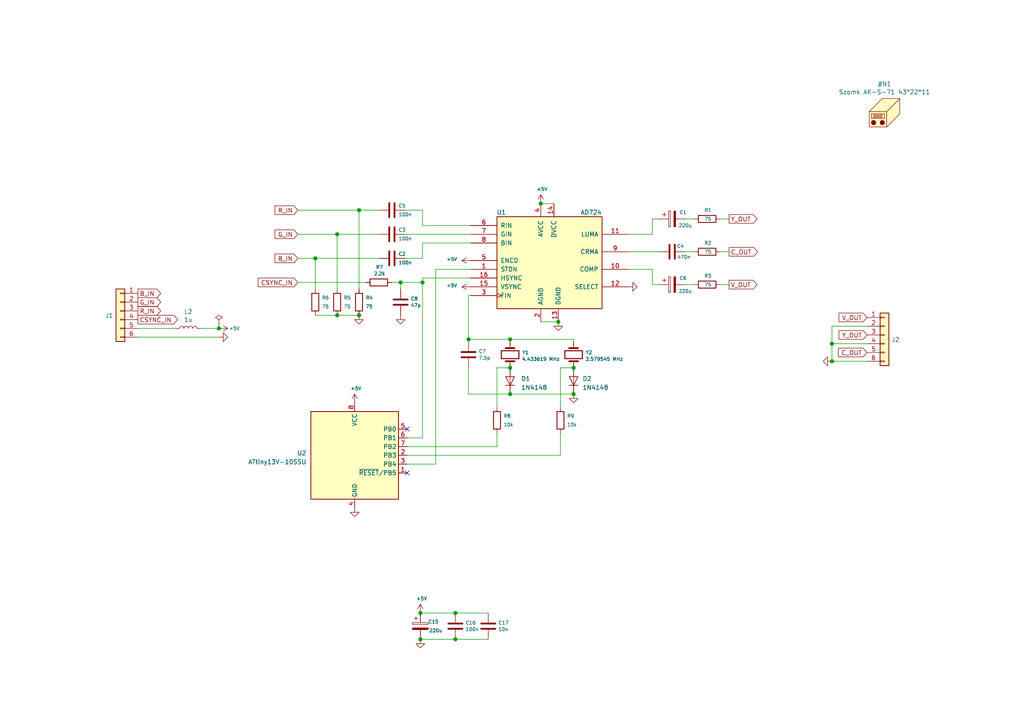
<source format=kicad_sch>
(kicad_sch (version 20210406) (generator eeschema)

  (uuid b5bdea5f-d37f-4463-b6ac-c8b79446d60f)

  (paper "A4")

  (title_block
    (title "RGB to SVideo converter")
    (date "2021-03-08")
    (rev "A")
  )

  (lib_symbols
    (symbol "Connector_Generic:Conn_01x06" (pin_names (offset 1.016) hide) (in_bom yes) (on_board yes)
      (property "Reference" "J" (id 0) (at 0 7.62 0)
        (effects (font (size 1.27 1.27)))
      )
      (property "Value" "Conn_01x06" (id 1) (at 0 -10.16 0)
        (effects (font (size 1.27 1.27)))
      )
      (property "Footprint" "" (id 2) (at 0 0 0)
        (effects (font (size 1.27 1.27)) hide)
      )
      (property "Datasheet" "~" (id 3) (at 0 0 0)
        (effects (font (size 1.27 1.27)) hide)
      )
      (property "ki_keywords" "connector" (id 4) (at 0 0 0)
        (effects (font (size 1.27 1.27)) hide)
      )
      (property "ki_description" "Generic connector, single row, 01x06, script generated (kicad-library-utils/schlib/autogen/connector/)" (id 5) (at 0 0 0)
        (effects (font (size 1.27 1.27)) hide)
      )
      (property "ki_fp_filters" "Connector*:*_1x??_*" (id 6) (at 0 0 0)
        (effects (font (size 1.27 1.27)) hide)
      )
      (symbol "Conn_01x06_1_1"
        (rectangle (start -1.27 -7.493) (end 0 -7.747)
          (stroke (width 0.1524)) (fill (type none))
        )
        (rectangle (start -1.27 -4.953) (end 0 -5.207)
          (stroke (width 0.1524)) (fill (type none))
        )
        (rectangle (start -1.27 -2.413) (end 0 -2.667)
          (stroke (width 0.1524)) (fill (type none))
        )
        (rectangle (start -1.27 0.127) (end 0 -0.127)
          (stroke (width 0.1524)) (fill (type none))
        )
        (rectangle (start -1.27 2.667) (end 0 2.413)
          (stroke (width 0.1524)) (fill (type none))
        )
        (rectangle (start -1.27 5.207) (end 0 4.953)
          (stroke (width 0.1524)) (fill (type none))
        )
        (rectangle (start -1.27 6.35) (end 1.27 -8.89)
          (stroke (width 0.254)) (fill (type background))
        )
        (pin passive line (at -5.08 5.08 0) (length 3.81)
          (name "Pin_1" (effects (font (size 1.27 1.27))))
          (number "1" (effects (font (size 1.27 1.27))))
        )
        (pin passive line (at -5.08 2.54 0) (length 3.81)
          (name "Pin_2" (effects (font (size 1.27 1.27))))
          (number "2" (effects (font (size 1.27 1.27))))
        )
        (pin passive line (at -5.08 0 0) (length 3.81)
          (name "Pin_3" (effects (font (size 1.27 1.27))))
          (number "3" (effects (font (size 1.27 1.27))))
        )
        (pin passive line (at -5.08 -2.54 0) (length 3.81)
          (name "Pin_4" (effects (font (size 1.27 1.27))))
          (number "4" (effects (font (size 1.27 1.27))))
        )
        (pin passive line (at -5.08 -5.08 0) (length 3.81)
          (name "Pin_5" (effects (font (size 1.27 1.27))))
          (number "5" (effects (font (size 1.27 1.27))))
        )
        (pin passive line (at -5.08 -7.62 0) (length 3.81)
          (name "Pin_6" (effects (font (size 1.27 1.27))))
          (number "6" (effects (font (size 1.27 1.27))))
        )
      )
    )
    (symbol "Device:C" (pin_numbers hide) (pin_names (offset 0.254)) (in_bom yes) (on_board yes)
      (property "Reference" "C" (id 0) (at 0.635 2.54 0)
        (effects (font (size 1.27 1.27)) (justify left))
      )
      (property "Value" "C" (id 1) (at 0.635 -2.54 0)
        (effects (font (size 1.27 1.27)) (justify left))
      )
      (property "Footprint" "" (id 2) (at 0.9652 -3.81 0)
        (effects (font (size 1.27 1.27)) hide)
      )
      (property "Datasheet" "~" (id 3) (at 0 0 0)
        (effects (font (size 1.27 1.27)) hide)
      )
      (property "ki_keywords" "cap capacitor" (id 4) (at 0 0 0)
        (effects (font (size 1.27 1.27)) hide)
      )
      (property "ki_description" "Unpolarized capacitor" (id 5) (at 0 0 0)
        (effects (font (size 1.27 1.27)) hide)
      )
      (property "ki_fp_filters" "C_*" (id 6) (at 0 0 0)
        (effects (font (size 1.27 1.27)) hide)
      )
      (symbol "C_0_1"
        (polyline
          (pts
            (xy -2.032 -0.762)
            (xy 2.032 -0.762)
          )
          (stroke (width 0.508)) (fill (type none))
        )
        (polyline
          (pts
            (xy -2.032 0.762)
            (xy 2.032 0.762)
          )
          (stroke (width 0.508)) (fill (type none))
        )
      )
      (symbol "C_1_1"
        (pin passive line (at 0 3.81 270) (length 2.794)
          (name "~" (effects (font (size 1.27 1.27))))
          (number "1" (effects (font (size 1.27 1.27))))
        )
        (pin passive line (at 0 -3.81 90) (length 2.794)
          (name "~" (effects (font (size 1.27 1.27))))
          (number "2" (effects (font (size 1.27 1.27))))
        )
      )
    )
    (symbol "Device:CP" (pin_numbers hide) (pin_names (offset 0.254)) (in_bom yes) (on_board yes)
      (property "Reference" "C" (id 0) (at 0.635 2.54 0)
        (effects (font (size 1.27 1.27)) (justify left))
      )
      (property "Value" "CP" (id 1) (at 0.635 -2.54 0)
        (effects (font (size 1.27 1.27)) (justify left))
      )
      (property "Footprint" "" (id 2) (at 0.9652 -3.81 0)
        (effects (font (size 1.27 1.27)) hide)
      )
      (property "Datasheet" "~" (id 3) (at 0 0 0)
        (effects (font (size 1.27 1.27)) hide)
      )
      (property "ki_keywords" "cap capacitor" (id 4) (at 0 0 0)
        (effects (font (size 1.27 1.27)) hide)
      )
      (property "ki_description" "Polarized capacitor" (id 5) (at 0 0 0)
        (effects (font (size 1.27 1.27)) hide)
      )
      (property "ki_fp_filters" "CP_*" (id 6) (at 0 0 0)
        (effects (font (size 1.27 1.27)) hide)
      )
      (symbol "CP_0_1"
        (rectangle (start -2.286 0.508) (end 2.286 1.016)
          (stroke (width 0)) (fill (type none))
        )
        (rectangle (start 2.286 -0.508) (end -2.286 -1.016)
          (stroke (width 0)) (fill (type outline))
        )
        (polyline
          (pts
            (xy -1.778 2.286)
            (xy -0.762 2.286)
          )
          (stroke (width 0)) (fill (type none))
        )
        (polyline
          (pts
            (xy -1.27 2.794)
            (xy -1.27 1.778)
          )
          (stroke (width 0)) (fill (type none))
        )
      )
      (symbol "CP_1_1"
        (pin passive line (at 0 3.81 270) (length 2.794)
          (name "~" (effects (font (size 1.27 1.27))))
          (number "1" (effects (font (size 1.27 1.27))))
        )
        (pin passive line (at 0 -3.81 90) (length 2.794)
          (name "~" (effects (font (size 1.27 1.27))))
          (number "2" (effects (font (size 1.27 1.27))))
        )
      )
    )
    (symbol "Device:Crystal" (pin_numbers hide) (pin_names (offset 1.016) hide) (in_bom yes) (on_board yes)
      (property "Reference" "Y" (id 0) (at 0 3.81 0)
        (effects (font (size 1.27 1.27)))
      )
      (property "Value" "Crystal" (id 1) (at 0 -3.81 0)
        (effects (font (size 1.27 1.27)))
      )
      (property "Footprint" "" (id 2) (at 0 0 0)
        (effects (font (size 1.27 1.27)) hide)
      )
      (property "Datasheet" "~" (id 3) (at 0 0 0)
        (effects (font (size 1.27 1.27)) hide)
      )
      (property "ki_keywords" "quartz ceramic resonator oscillator" (id 4) (at 0 0 0)
        (effects (font (size 1.27 1.27)) hide)
      )
      (property "ki_description" "Two pin crystal" (id 5) (at 0 0 0)
        (effects (font (size 1.27 1.27)) hide)
      )
      (property "ki_fp_filters" "Crystal*" (id 6) (at 0 0 0)
        (effects (font (size 1.27 1.27)) hide)
      )
      (symbol "Crystal_0_1"
        (rectangle (start -1.143 2.54) (end 1.143 -2.54)
          (stroke (width 0.3048)) (fill (type none))
        )
        (polyline
          (pts
            (xy -2.54 0)
            (xy -1.905 0)
          )
          (stroke (width 0)) (fill (type none))
        )
        (polyline
          (pts
            (xy -1.905 -1.27)
            (xy -1.905 1.27)
          )
          (stroke (width 0.508)) (fill (type none))
        )
        (polyline
          (pts
            (xy 1.905 -1.27)
            (xy 1.905 1.27)
          )
          (stroke (width 0.508)) (fill (type none))
        )
        (polyline
          (pts
            (xy 2.54 0)
            (xy 1.905 0)
          )
          (stroke (width 0)) (fill (type none))
        )
      )
      (symbol "Crystal_1_1"
        (pin passive line (at -3.81 0 0) (length 1.27)
          (name "1" (effects (font (size 1.27 1.27))))
          (number "1" (effects (font (size 1.27 1.27))))
        )
        (pin passive line (at 3.81 0 180) (length 1.27)
          (name "2" (effects (font (size 1.27 1.27))))
          (number "2" (effects (font (size 1.27 1.27))))
        )
      )
    )
    (symbol "Device:D" (pin_numbers hide) (pin_names (offset 1.016) hide) (in_bom yes) (on_board yes)
      (property "Reference" "D" (id 0) (at 0 2.54 0)
        (effects (font (size 1.27 1.27)))
      )
      (property "Value" "D" (id 1) (at 0 -2.54 0)
        (effects (font (size 1.27 1.27)))
      )
      (property "Footprint" "" (id 2) (at 0 0 0)
        (effects (font (size 1.27 1.27)) hide)
      )
      (property "Datasheet" "~" (id 3) (at 0 0 0)
        (effects (font (size 1.27 1.27)) hide)
      )
      (property "ki_keywords" "diode" (id 4) (at 0 0 0)
        (effects (font (size 1.27 1.27)) hide)
      )
      (property "ki_description" "Diode" (id 5) (at 0 0 0)
        (effects (font (size 1.27 1.27)) hide)
      )
      (property "ki_fp_filters" "TO-???* *_Diode_* *SingleDiode* D_*" (id 6) (at 0 0 0)
        (effects (font (size 1.27 1.27)) hide)
      )
      (symbol "D_0_1"
        (polyline
          (pts
            (xy -1.27 1.27)
            (xy -1.27 -1.27)
          )
          (stroke (width 0.2032)) (fill (type none))
        )
        (polyline
          (pts
            (xy 1.27 0)
            (xy -1.27 0)
          )
          (stroke (width 0)) (fill (type none))
        )
        (polyline
          (pts
            (xy 1.27 1.27)
            (xy 1.27 -1.27)
            (xy -1.27 0)
            (xy 1.27 1.27)
          )
          (stroke (width 0.2032)) (fill (type none))
        )
      )
      (symbol "D_1_1"
        (pin passive line (at -3.81 0 0) (length 2.54)
          (name "K" (effects (font (size 1.27 1.27))))
          (number "1" (effects (font (size 1.27 1.27))))
        )
        (pin passive line (at 3.81 0 180) (length 2.54)
          (name "A" (effects (font (size 1.27 1.27))))
          (number "2" (effects (font (size 1.27 1.27))))
        )
      )
    )
    (symbol "Device:L" (pin_numbers hide) (pin_names (offset 1.016) hide) (in_bom yes) (on_board yes)
      (property "Reference" "L" (id 0) (at -1.27 0 90)
        (effects (font (size 1.27 1.27)))
      )
      (property "Value" "L" (id 1) (at 1.905 0 90)
        (effects (font (size 1.27 1.27)))
      )
      (property "Footprint" "" (id 2) (at 0 0 0)
        (effects (font (size 1.27 1.27)) hide)
      )
      (property "Datasheet" "~" (id 3) (at 0 0 0)
        (effects (font (size 1.27 1.27)) hide)
      )
      (property "ki_keywords" "inductor choke coil reactor magnetic" (id 4) (at 0 0 0)
        (effects (font (size 1.27 1.27)) hide)
      )
      (property "ki_description" "Inductor" (id 5) (at 0 0 0)
        (effects (font (size 1.27 1.27)) hide)
      )
      (property "ki_fp_filters" "Choke_* *Coil* Inductor_* L_*" (id 6) (at 0 0 0)
        (effects (font (size 1.27 1.27)) hide)
      )
      (symbol "L_0_1"
        (arc (start 0 -2.54) (end 0 -1.27) (radius (at 0 -1.905) (length 0.635) (angles -89.9 89.9))
          (stroke (width 0)) (fill (type none))
        )
        (arc (start 0 -1.27) (end 0 0) (radius (at 0 -0.635) (length 0.635) (angles -89.9 89.9))
          (stroke (width 0)) (fill (type none))
        )
        (arc (start 0 0) (end 0 1.27) (radius (at 0 0.635) (length 0.635) (angles -89.9 89.9))
          (stroke (width 0)) (fill (type none))
        )
        (arc (start 0 1.27) (end 0 2.54) (radius (at 0 1.905) (length 0.635) (angles -89.9 89.9))
          (stroke (width 0)) (fill (type none))
        )
      )
      (symbol "L_1_1"
        (pin passive line (at 0 3.81 270) (length 1.27)
          (name "1" (effects (font (size 1.27 1.27))))
          (number "1" (effects (font (size 1.27 1.27))))
        )
        (pin passive line (at 0 -3.81 90) (length 1.27)
          (name "2" (effects (font (size 1.27 1.27))))
          (number "2" (effects (font (size 1.27 1.27))))
        )
      )
    )
    (symbol "Device:R" (pin_numbers hide) (pin_names (offset 0)) (in_bom yes) (on_board yes)
      (property "Reference" "R" (id 0) (at 2.032 0 90)
        (effects (font (size 1.27 1.27)))
      )
      (property "Value" "R" (id 1) (at 0 0 90)
        (effects (font (size 1.27 1.27)))
      )
      (property "Footprint" "" (id 2) (at -1.778 0 90)
        (effects (font (size 1.27 1.27)) hide)
      )
      (property "Datasheet" "~" (id 3) (at 0 0 0)
        (effects (font (size 1.27 1.27)) hide)
      )
      (property "ki_keywords" "R res resistor" (id 4) (at 0 0 0)
        (effects (font (size 1.27 1.27)) hide)
      )
      (property "ki_description" "Resistor" (id 5) (at 0 0 0)
        (effects (font (size 1.27 1.27)) hide)
      )
      (property "ki_fp_filters" "R_*" (id 6) (at 0 0 0)
        (effects (font (size 1.27 1.27)) hide)
      )
      (symbol "R_0_1"
        (rectangle (start -1.016 -2.54) (end 1.016 2.54)
          (stroke (width 0.254)) (fill (type none))
        )
      )
      (symbol "R_1_1"
        (pin passive line (at 0 3.81 270) (length 1.27)
          (name "~" (effects (font (size 1.27 1.27))))
          (number "1" (effects (font (size 1.27 1.27))))
        )
        (pin passive line (at 0 -3.81 90) (length 1.27)
          (name "~" (effects (font (size 1.27 1.27))))
          (number "2" (effects (font (size 1.27 1.27))))
        )
      )
    )
    (symbol "MCU_Microchip_ATtiny:ATtiny13V-10SSU" (in_bom yes) (on_board yes)
      (property "Reference" "U" (id 0) (at -12.7 13.97 0)
        (effects (font (size 1.27 1.27)) (justify left bottom))
      )
      (property "Value" "ATtiny13V-10SSU" (id 1) (at 2.54 -13.97 0)
        (effects (font (size 1.27 1.27)) (justify left top))
      )
      (property "Footprint" "Package_SO:SOIC-8_3.9x4.9mm_P1.27mm" (id 2) (at 0 0 0)
        (effects (font (size 1.27 1.27) italic) hide)
      )
      (property "Datasheet" "http://ww1.microchip.com/downloads/en/DeviceDoc/doc2535.pdf" (id 3) (at 0 0 0)
        (effects (font (size 1.27 1.27)) hide)
      )
      (property "ki_keywords" "AVR 8bit Microcontroller tinyAVR" (id 4) (at 0 0 0)
        (effects (font (size 1.27 1.27)) hide)
      )
      (property "ki_description" "10MHz, 1kB Flash, 64B SRAM, 64B EEPROM, debugWIRE, SOIC-8" (id 5) (at 0 0 0)
        (effects (font (size 1.27 1.27)) hide)
      )
      (property "ki_fp_filters" "SOIC*3.9x4.9mm*P1.27mm*" (id 6) (at 0 0 0)
        (effects (font (size 1.27 1.27)) hide)
      )
      (symbol "ATtiny13V-10SSU_0_1"
        (rectangle (start -12.7 -12.7) (end 12.7 12.7)
          (stroke (width 0.254)) (fill (type background))
        )
      )
      (symbol "ATtiny13V-10SSU_1_1"
        (pin tri_state line (at 15.24 -5.08 180) (length 2.54)
          (name "~RESET~/PB5" (effects (font (size 1.27 1.27))))
          (number "1" (effects (font (size 1.27 1.27))))
        )
        (pin tri_state line (at 15.24 0 180) (length 2.54)
          (name "PB3" (effects (font (size 1.27 1.27))))
          (number "2" (effects (font (size 1.27 1.27))))
        )
        (pin tri_state line (at 15.24 -2.54 180) (length 2.54)
          (name "PB4" (effects (font (size 1.27 1.27))))
          (number "3" (effects (font (size 1.27 1.27))))
        )
        (pin power_in line (at 0 -15.24 90) (length 2.54)
          (name "GND" (effects (font (size 1.27 1.27))))
          (number "4" (effects (font (size 1.27 1.27))))
        )
        (pin tri_state line (at 15.24 7.62 180) (length 2.54)
          (name "PB0" (effects (font (size 1.27 1.27))))
          (number "5" (effects (font (size 1.27 1.27))))
        )
        (pin tri_state line (at 15.24 5.08 180) (length 2.54)
          (name "PB1" (effects (font (size 1.27 1.27))))
          (number "6" (effects (font (size 1.27 1.27))))
        )
        (pin tri_state line (at 15.24 2.54 180) (length 2.54)
          (name "PB2" (effects (font (size 1.27 1.27))))
          (number "7" (effects (font (size 1.27 1.27))))
        )
        (pin power_in line (at 0 15.24 270) (length 2.54)
          (name "VCC" (effects (font (size 1.27 1.27))))
          (number "8" (effects (font (size 1.27 1.27))))
        )
      )
    )
    (symbol "Mechanical:Housing" (pin_names (offset 1.016)) (in_bom yes) (on_board yes)
      (property "Reference" "N" (id 0) (at 3.81 0 0)
        (effects (font (size 1.27 1.27)) (justify left))
      )
      (property "Value" "Housing" (id 1) (at 3.81 -1.905 0)
        (effects (font (size 1.27 1.27)) (justify left))
      )
      (property "Footprint" "" (id 2) (at 1.27 1.27 0)
        (effects (font (size 1.27 1.27)) hide)
      )
      (property "Datasheet" "~" (id 3) (at 1.27 1.27 0)
        (effects (font (size 1.27 1.27)) hide)
      )
      (property "ki_keywords" "housing enclosure" (id 4) (at 0 0 0)
        (effects (font (size 1.27 1.27)) hide)
      )
      (property "ki_description" "Housing" (id 5) (at 0 0 0)
        (effects (font (size 1.27 1.27)) hide)
      )
      (property "ki_fp_filters" "Enclosure* Housing*" (id 6) (at 0 0 0)
        (effects (font (size 1.27 1.27)) hide)
      )
      (symbol "Housing_0_1"
        (circle (center -4.445 -3.175) (radius 0.635) (stroke (width 0)) (fill (type outline)))
        (circle (center -1.905 -3.175) (radius 0.635) (stroke (width 0)) (fill (type outline)))
        (rectangle (start -5.08 -0.635) (end -1.27 -1.905)
          (stroke (width 0)) (fill (type none))
        )
        (polyline
          (pts
            (xy -4.5212 -1.5748)
            (xy -4.4704 -1.3716)
          )
          (stroke (width 0)) (fill (type none))
        )
        (polyline
          (pts
            (xy -4.4196 -1.6764)
            (xy -4.064 -1.6764)
          )
          (stroke (width 0)) (fill (type none))
        )
        (polyline
          (pts
            (xy -4.4196 -1.2192)
            (xy -4.3688 -0.9652)
          )
          (stroke (width 0)) (fill (type none))
        )
        (polyline
          (pts
            (xy -4.318 -1.3208)
            (xy -4.0132 -1.3208)
          )
          (stroke (width 0)) (fill (type none))
        )
        (polyline
          (pts
            (xy -4.2164 -0.9144)
            (xy -3.9116 -0.9144)
          )
          (stroke (width 0)) (fill (type none))
        )
        (polyline
          (pts
            (xy -3.9116 -1.6256)
            (xy -3.8608 -1.3716)
          )
          (stroke (width 0)) (fill (type none))
        )
        (polyline
          (pts
            (xy -3.81 -1.2192)
            (xy -3.7592 -0.9652)
          )
          (stroke (width 0)) (fill (type none))
        )
        (polyline
          (pts
            (xy -3.6068 -1.5748)
            (xy -3.556 -1.3716)
          )
          (stroke (width 0)) (fill (type none))
        )
        (polyline
          (pts
            (xy -3.5052 -1.6764)
            (xy -3.1496 -1.6764)
          )
          (stroke (width 0)) (fill (type none))
        )
        (polyline
          (pts
            (xy -3.5052 -1.2192)
            (xy -3.4544 -0.9652)
          )
          (stroke (width 0)) (fill (type none))
        )
        (polyline
          (pts
            (xy -3.4036 -1.3208)
            (xy -3.0988 -1.3208)
          )
          (stroke (width 0)) (fill (type none))
        )
        (polyline
          (pts
            (xy -3.302 -0.9144)
            (xy -2.9972 -0.9144)
          )
          (stroke (width 0)) (fill (type none))
        )
        (polyline
          (pts
            (xy -2.9972 -1.6256)
            (xy -2.9464 -1.3716)
          )
          (stroke (width 0)) (fill (type none))
        )
        (polyline
          (pts
            (xy -2.8956 -1.2192)
            (xy -2.8448 -0.9652)
          )
          (stroke (width 0)) (fill (type none))
        )
        (polyline
          (pts
            (xy -2.6924 -1.5748)
            (xy -2.6416 -1.3716)
          )
          (stroke (width 0)) (fill (type none))
        )
        (polyline
          (pts
            (xy -2.5908 -1.6764)
            (xy -2.2352 -1.6764)
          )
          (stroke (width 0)) (fill (type none))
        )
        (polyline
          (pts
            (xy -2.5908 -1.2192)
            (xy -2.54 -0.9652)
          )
          (stroke (width 0)) (fill (type none))
        )
        (polyline
          (pts
            (xy -2.4892 -1.3208)
            (xy -2.1844 -1.3208)
          )
          (stroke (width 0)) (fill (type none))
        )
        (polyline
          (pts
            (xy -2.3876 -0.9144)
            (xy -2.0828 -0.9144)
          )
          (stroke (width 0)) (fill (type none))
        )
        (polyline
          (pts
            (xy -2.0828 -1.6256)
            (xy -2.032 -1.3716)
          )
          (stroke (width 0)) (fill (type none))
        )
        (polyline
          (pts
            (xy -1.9812 -1.2192)
            (xy -1.9304 -0.9652)
          )
          (stroke (width 0)) (fill (type none))
        )
        (polyline
          (pts
            (xy -0.635 0)
            (xy -0.635 -4.445)
          )
          (stroke (width 0)) (fill (type none))
        )
        (polyline
          (pts
            (xy -5.715 0)
            (xy -0.635 0)
            (xy 3.175 3.81)
          )
          (stroke (width 0)) (fill (type none))
        )
        (polyline
          (pts
            (xy -5.715 0)
            (xy -5.715 -4.445)
            (xy -0.635 -4.445)
            (xy 3.175 -0.635)
            (xy 3.175 3.81)
            (xy -1.905 3.81)
            (xy -5.715 0)
          )
          (stroke (width 0)) (fill (type background))
        )
      )
    )
    (symbol "ad724:AD724" (pin_names (offset 1.016)) (in_bom yes) (on_board yes)
      (property "Reference" "U" (id 0) (at -13.97 13.97 0)
        (effects (font (size 1.27 1.27)))
      )
      (property "Value" "AD724" (id 1) (at 12.7 13.97 0)
        (effects (font (size 1.27 1.27)))
      )
      (property "Footprint" "Package_SO:SOIC-16W_7.5x10.3mm_P1.27mm" (id 2) (at 0 19.05 0)
        (effects (font (size 1.27 1.27)) hide)
      )
      (property "Datasheet" "" (id 3) (at 0 0 0)
        (effects (font (size 1.27 1.27)) hide)
      )
      (property "ki_fp_filters" "SOIC*7.5x10.3mm*P1.27mm*" (id 4) (at 0 0 0)
        (effects (font (size 1.27 1.27)) hide)
      )
      (symbol "AD724_0_1"
        (rectangle (start -15.24 12.7) (end 15.24 -13.97)
          (stroke (width 0.254)) (fill (type background))
        )
      )
      (symbol "AD724_1_1"
        (pin input line (at -22.86 -2.54 0) (length 7.62)
          (name "STDN" (effects (font (size 1.27 1.27))))
          (number "1" (effects (font (size 1.27 1.27))))
        )
        (pin output line (at 22.86 -2.54 180) (length 7.62)
          (name "COMP" (effects (font (size 1.27 1.27))))
          (number "10" (effects (font (size 1.27 1.27))))
        )
        (pin output line (at 22.86 7.62 180) (length 7.62)
          (name "LUMA" (effects (font (size 1.27 1.27))))
          (number "11" (effects (font (size 1.27 1.27))))
        )
        (pin input line (at 22.86 -7.62 180) (length 7.62)
          (name "SELECT" (effects (font (size 1.27 1.27))))
          (number "12" (effects (font (size 1.27 1.27))))
        )
        (pin power_in line (at 2.54 -17.78 90) (length 3.81)
          (name "DGND" (effects (font (size 1.27 1.27))))
          (number "13" (effects (font (size 1.27 1.27))))
        )
        (pin power_in line (at 1.27 16.51 270) (length 3.81)
          (name "DVCC" (effects (font (size 1.27 1.27))))
          (number "14" (effects (font (size 1.27 1.27))))
        )
        (pin input line (at -22.86 -7.62 0) (length 7.62)
          (name "VSYNC" (effects (font (size 1.27 1.27))))
          (number "15" (effects (font (size 1.27 1.27))))
        )
        (pin input line (at -22.86 -5.08 0) (length 7.62)
          (name "HSYNC" (effects (font (size 1.27 1.27))))
          (number "16" (effects (font (size 1.27 1.27))))
        )
        (pin power_in line (at -2.54 -17.78 90) (length 3.81)
          (name "AGND" (effects (font (size 1.27 1.27))))
          (number "2" (effects (font (size 1.27 1.27))))
        )
        (pin input clock (at -22.86 -10.16 0) (length 7.62)
          (name "FIN" (effects (font (size 1.27 1.27))))
          (number "3" (effects (font (size 1.27 1.27))))
        )
        (pin power_in line (at -2.54 16.51 270) (length 3.81)
          (name "AVCC" (effects (font (size 1.27 1.27))))
          (number "4" (effects (font (size 1.27 1.27))))
        )
        (pin input line (at -22.86 0 0) (length 7.62)
          (name "ENCD" (effects (font (size 1.27 1.27))))
          (number "5" (effects (font (size 1.27 1.27))))
        )
        (pin input line (at -22.86 10.16 0) (length 7.62)
          (name "RIN" (effects (font (size 1.27 1.27))))
          (number "6" (effects (font (size 1.27 1.27))))
        )
        (pin input line (at -22.86 7.62 0) (length 7.62)
          (name "GIN" (effects (font (size 1.27 1.27))))
          (number "7" (effects (font (size 1.27 1.27))))
        )
        (pin input line (at -22.86 5.08 0) (length 7.62)
          (name "BIN" (effects (font (size 1.27 1.27))))
          (number "8" (effects (font (size 1.27 1.27))))
        )
        (pin output line (at 22.86 2.54 180) (length 7.62)
          (name "CRMA" (effects (font (size 1.27 1.27))))
          (number "9" (effects (font (size 1.27 1.27))))
        )
      )
    )
    (symbol "power:+5V" (power) (pin_names (offset 0)) (in_bom yes) (on_board yes)
      (property "Reference" "#PWR" (id 0) (at 0 -3.81 0)
        (effects (font (size 1.27 1.27)) hide)
      )
      (property "Value" "+5V" (id 1) (at 0 3.556 0)
        (effects (font (size 1.27 1.27)))
      )
      (property "Footprint" "" (id 2) (at 0 0 0)
        (effects (font (size 1.27 1.27)) hide)
      )
      (property "Datasheet" "" (id 3) (at 0 0 0)
        (effects (font (size 1.27 1.27)) hide)
      )
      (property "ki_keywords" "power-flag" (id 4) (at 0 0 0)
        (effects (font (size 1.27 1.27)) hide)
      )
      (property "ki_description" "Power symbol creates a global label with name \"+5V\"" (id 5) (at 0 0 0)
        (effects (font (size 1.27 1.27)) hide)
      )
      (symbol "+5V_0_1"
        (polyline
          (pts
            (xy -0.762 1.27)
            (xy 0 2.54)
          )
          (stroke (width 0)) (fill (type none))
        )
        (polyline
          (pts
            (xy 0 0)
            (xy 0 2.54)
          )
          (stroke (width 0)) (fill (type none))
        )
        (polyline
          (pts
            (xy 0 2.54)
            (xy 0.762 1.27)
          )
          (stroke (width 0)) (fill (type none))
        )
      )
      (symbol "+5V_1_1"
        (pin power_in line (at 0 0 90) (length 0) hide
          (name "+5V" (effects (font (size 1.27 1.27))))
          (number "1" (effects (font (size 1.27 1.27))))
        )
      )
    )
    (symbol "power:GND" (power) (pin_names (offset 0)) (in_bom yes) (on_board yes)
      (property "Reference" "#PWR" (id 0) (at 0 -6.35 0)
        (effects (font (size 1.27 1.27)) hide)
      )
      (property "Value" "GND" (id 1) (at 0 -3.81 0)
        (effects (font (size 1.27 1.27)))
      )
      (property "Footprint" "" (id 2) (at 0 0 0)
        (effects (font (size 1.27 1.27)) hide)
      )
      (property "Datasheet" "" (id 3) (at 0 0 0)
        (effects (font (size 1.27 1.27)) hide)
      )
      (property "ki_keywords" "power-flag" (id 4) (at 0 0 0)
        (effects (font (size 1.27 1.27)) hide)
      )
      (property "ki_description" "Power symbol creates a global label with name \"GND\" , ground" (id 5) (at 0 0 0)
        (effects (font (size 1.27 1.27)) hide)
      )
      (symbol "GND_0_1"
        (polyline
          (pts
            (xy 0 0)
            (xy 0 -1.27)
            (xy 1.27 -1.27)
            (xy 0 -2.54)
            (xy -1.27 -1.27)
            (xy 0 -1.27)
          )
          (stroke (width 0)) (fill (type none))
        )
      )
      (symbol "GND_1_1"
        (pin power_in line (at 0 0 270) (length 0) hide
          (name "GND" (effects (font (size 1.27 1.27))))
          (number "1" (effects (font (size 1.27 1.27))))
        )
      )
    )
    (symbol "power:PWR_FLAG" (power) (pin_numbers hide) (pin_names (offset 0) hide) (in_bom yes) (on_board yes)
      (property "Reference" "#FLG" (id 0) (at 0 1.905 0)
        (effects (font (size 1.27 1.27)) hide)
      )
      (property "Value" "PWR_FLAG" (id 1) (at 0 3.81 0)
        (effects (font (size 1.27 1.27)))
      )
      (property "Footprint" "" (id 2) (at 0 0 0)
        (effects (font (size 1.27 1.27)) hide)
      )
      (property "Datasheet" "~" (id 3) (at 0 0 0)
        (effects (font (size 1.27 1.27)) hide)
      )
      (property "ki_keywords" "power-flag" (id 4) (at 0 0 0)
        (effects (font (size 1.27 1.27)) hide)
      )
      (property "ki_description" "Special symbol for telling ERC where power comes from" (id 5) (at 0 0 0)
        (effects (font (size 1.27 1.27)) hide)
      )
      (symbol "PWR_FLAG_0_0"
        (pin power_out line (at 0 0 90) (length 0)
          (name "pwr" (effects (font (size 1.27 1.27))))
          (number "1" (effects (font (size 1.27 1.27))))
        )
      )
      (symbol "PWR_FLAG_0_1"
        (polyline
          (pts
            (xy 0 0)
            (xy 0 1.27)
            (xy -1.016 1.905)
            (xy 0 2.54)
            (xy 1.016 1.905)
            (xy 0 1.27)
          )
          (stroke (width 0)) (fill (type none))
        )
      )
    )
  )

  (junction (at 63.5 95.25) (diameter 1.016) (color 0 0 0 0))
  (junction (at 91.44 74.93) (diameter 1.016) (color 0 0 0 0))
  (junction (at 97.79 67.945) (diameter 1.016) (color 0 0 0 0))
  (junction (at 97.79 91.44) (diameter 1.016) (color 0 0 0 0))
  (junction (at 104.14 60.96) (diameter 1.016) (color 0 0 0 0))
  (junction (at 104.14 91.44) (diameter 1.016) (color 0 0 0 0))
  (junction (at 116.205 81.915) (diameter 1.016) (color 0 0 0 0))
  (junction (at 121.92 177.8) (diameter 1.016) (color 0 0 0 0))
  (junction (at 121.92 185.42) (diameter 1.016) (color 0 0 0 0))
  (junction (at 122.555 81.915) (diameter 1.016) (color 0 0 0 0))
  (junction (at 132.08 177.8) (diameter 1.016) (color 0 0 0 0))
  (junction (at 132.08 185.42) (diameter 1.016) (color 0 0 0 0))
  (junction (at 135.89 98.425) (diameter 1.016) (color 0 0 0 0))
  (junction (at 147.955 98.425) (diameter 1.016) (color 0 0 0 0))
  (junction (at 147.955 106.68) (diameter 1.016) (color 0 0 0 0))
  (junction (at 147.955 114.3) (diameter 1.016) (color 0 0 0 0))
  (junction (at 156.845 59.055) (diameter 1.016) (color 0 0 0 0))
  (junction (at 161.925 93.345) (diameter 1.016) (color 0 0 0 0))
  (junction (at 166.37 106.68) (diameter 1.016) (color 0 0 0 0))
  (junction (at 166.37 114.3) (diameter 1.016) (color 0 0 0 0))
  (junction (at 241.3 99.695) (diameter 1.016) (color 0 0 0 0))
  (junction (at 241.3 104.775) (diameter 1.016) (color 0 0 0 0))

  (no_connect (at 118.11 124.46) (uuid c7cb0c93-7033-4917-9eda-8e418a68a9b3))
  (no_connect (at 118.11 137.16) (uuid d0b2237b-a895-4894-aa30-9e26cdaf5c4f))

  (wire (pts (xy 40.005 95.25) (xy 50.8 95.25))
    (stroke (width 0) (type solid) (color 0 0 0 0))
    (uuid 0018a0bd-85cc-4b1e-a5cb-65649df2f822)
  )
  (wire (pts (xy 40.005 97.79) (xy 63.5 97.79))
    (stroke (width 0) (type solid) (color 0 0 0 0))
    (uuid bb88f102-0fd9-4ee1-b967-63c65e0abe10)
  )
  (wire (pts (xy 63.5 95.25) (xy 58.42 95.25))
    (stroke (width 0) (type solid) (color 0 0 0 0))
    (uuid 67decc29-8792-460a-80f3-62bb82db1d5b)
  )
  (wire (pts (xy 63.5 95.25) (xy 63.5 93.98))
    (stroke (width 0) (type solid) (color 0 0 0 0))
    (uuid d1510ce9-652f-4233-a20e-70f52cdee525)
  )
  (wire (pts (xy 86.36 60.96) (xy 104.14 60.96))
    (stroke (width 0) (type solid) (color 0 0 0 0))
    (uuid 1659124f-4093-4067-a1f2-7412712e5415)
  )
  (wire (pts (xy 86.36 67.945) (xy 97.79 67.945))
    (stroke (width 0) (type solid) (color 0 0 0 0))
    (uuid d436e34a-329d-499a-8779-351ad364e7ad)
  )
  (wire (pts (xy 86.36 74.93) (xy 91.44 74.93))
    (stroke (width 0) (type solid) (color 0 0 0 0))
    (uuid 03c3f97f-d123-40cb-8fe8-c0545b69a3d6)
  )
  (wire (pts (xy 91.44 74.93) (xy 109.855 74.93))
    (stroke (width 0) (type solid) (color 0 0 0 0))
    (uuid 767f7f37-50f3-4eb5-a233-e06481e59b0a)
  )
  (wire (pts (xy 91.44 83.82) (xy 91.44 74.93))
    (stroke (width 0) (type solid) (color 0 0 0 0))
    (uuid 5f7ec630-504e-42ce-b62c-57c65889d3b2)
  )
  (wire (pts (xy 91.44 91.44) (xy 97.79 91.44))
    (stroke (width 0) (type solid) (color 0 0 0 0))
    (uuid 1feee8b0-5c8c-4617-b883-8665c407fc36)
  )
  (wire (pts (xy 97.79 67.945) (xy 97.79 83.82))
    (stroke (width 0) (type solid) (color 0 0 0 0))
    (uuid 0cce0deb-cba3-4347-a83b-de9facd2efc2)
  )
  (wire (pts (xy 97.79 67.945) (xy 109.855 67.945))
    (stroke (width 0) (type solid) (color 0 0 0 0))
    (uuid 3b49f8ae-1c4e-4e77-b996-1c40d2c8a02a)
  )
  (wire (pts (xy 97.79 91.44) (xy 104.14 91.44))
    (stroke (width 0) (type solid) (color 0 0 0 0))
    (uuid ad8fa784-c5f9-4306-9d1c-22c534a3655e)
  )
  (wire (pts (xy 104.14 60.96) (xy 109.855 60.96))
    (stroke (width 0) (type solid) (color 0 0 0 0))
    (uuid bd630846-2086-443b-8ce8-3d3d6a413c96)
  )
  (wire (pts (xy 104.14 83.82) (xy 104.14 60.96))
    (stroke (width 0) (type solid) (color 0 0 0 0))
    (uuid c5768b69-384a-42ed-ad98-7f9db90e837f)
  )
  (wire (pts (xy 106.045 81.915) (xy 86.36 81.915))
    (stroke (width 0) (type solid) (color 0 0 0 0))
    (uuid e9f3ed68-d9ed-4077-b75a-aa2a7b827df1)
  )
  (wire (pts (xy 113.665 81.915) (xy 116.205 81.915))
    (stroke (width 0) (type solid) (color 0 0 0 0))
    (uuid 94bd715b-fcc6-46fa-bb63-b8f367e10906)
  )
  (wire (pts (xy 116.205 81.915) (xy 122.555 81.915))
    (stroke (width 0) (type solid) (color 0 0 0 0))
    (uuid 9b770515-abcb-4f6c-acd7-dd4cb5d46bd2)
  )
  (wire (pts (xy 116.205 83.82) (xy 116.205 81.915))
    (stroke (width 0) (type solid) (color 0 0 0 0))
    (uuid 2cd22fe3-fed9-442f-a27b-5dbed50fbc9e)
  )
  (wire (pts (xy 117.475 67.945) (xy 136.525 67.945))
    (stroke (width 0) (type solid) (color 0 0 0 0))
    (uuid 069802f2-2ff8-466e-babe-09396bd66bda)
  )
  (wire (pts (xy 118.11 127) (xy 122.555 127))
    (stroke (width 0) (type solid) (color 0 0 0 0))
    (uuid e22769ed-2239-4472-812e-8c61f18a1511)
  )
  (wire (pts (xy 118.11 129.54) (xy 144.145 129.54))
    (stroke (width 0) (type solid) (color 0 0 0 0))
    (uuid 5620abb9-38d6-4fd2-8830-2ad03e9a1f82)
  )
  (wire (pts (xy 118.11 132.08) (xy 162.56 132.08))
    (stroke (width 0) (type solid) (color 0 0 0 0))
    (uuid 57721a61-461d-44b3-847a-6c01458cb6d1)
  )
  (wire (pts (xy 118.11 134.62) (xy 126.365 134.62))
    (stroke (width 0) (type solid) (color 0 0 0 0))
    (uuid 99c3e3af-a003-4ef9-ae24-7494121aaf42)
  )
  (wire (pts (xy 121.92 177.8) (xy 132.08 177.8))
    (stroke (width 0) (type solid) (color 0 0 0 0))
    (uuid 34b6cc82-fb80-4a70-a713-a86c4159772e)
  )
  (wire (pts (xy 121.92 185.42) (xy 132.08 185.42))
    (stroke (width 0) (type solid) (color 0 0 0 0))
    (uuid 4bd0f820-4fcd-4c3d-a105-629123240b85)
  )
  (wire (pts (xy 122.555 60.96) (xy 117.475 60.96))
    (stroke (width 0) (type solid) (color 0 0 0 0))
    (uuid a1190f8d-e93a-4c85-bad3-481d4882e6bc)
  )
  (wire (pts (xy 122.555 65.405) (xy 122.555 60.96))
    (stroke (width 0) (type solid) (color 0 0 0 0))
    (uuid d6fbf500-391d-430f-aea6-e23aff4f830c)
  )
  (wire (pts (xy 122.555 70.485) (xy 122.555 74.93))
    (stroke (width 0) (type solid) (color 0 0 0 0))
    (uuid a57f2549-a617-4d00-ac73-a87793e66dd6)
  )
  (wire (pts (xy 122.555 70.485) (xy 136.525 70.485))
    (stroke (width 0) (type solid) (color 0 0 0 0))
    (uuid 66a53414-c6ad-4556-8169-68e2ad031599)
  )
  (wire (pts (xy 122.555 74.93) (xy 117.475 74.93))
    (stroke (width 0) (type solid) (color 0 0 0 0))
    (uuid 2d74a5c3-795d-4a27-9c26-46ca234d7d15)
  )
  (wire (pts (xy 122.555 80.645) (xy 136.525 80.645))
    (stroke (width 0) (type solid) (color 0 0 0 0))
    (uuid 3be55321-d78a-4c52-9936-7e5886ed512c)
  )
  (wire (pts (xy 122.555 81.915) (xy 122.555 80.645))
    (stroke (width 0) (type solid) (color 0 0 0 0))
    (uuid 75269810-8e9a-476b-a333-02f7aa2b4a59)
  )
  (wire (pts (xy 122.555 81.915) (xy 122.555 127))
    (stroke (width 0) (type solid) (color 0 0 0 0))
    (uuid 95e9b28f-359a-48a9-bcaf-94fc635156b1)
  )
  (wire (pts (xy 126.365 78.105) (xy 126.365 134.62))
    (stroke (width 0) (type solid) (color 0 0 0 0))
    (uuid 94af24dc-86ca-416b-b200-c3215d786ef4)
  )
  (wire (pts (xy 132.08 177.8) (xy 141.605 177.8))
    (stroke (width 0) (type solid) (color 0 0 0 0))
    (uuid ed480387-571f-4063-90d4-76b780a7658e)
  )
  (wire (pts (xy 132.08 185.42) (xy 141.605 185.42))
    (stroke (width 0) (type solid) (color 0 0 0 0))
    (uuid e7bd3cfb-b615-4469-a021-ce32896ebd22)
  )
  (wire (pts (xy 135.89 85.725) (xy 135.89 98.425))
    (stroke (width 0) (type solid) (color 0 0 0 0))
    (uuid 86b3ee19-085a-49ec-a45f-d923860fce36)
  )
  (wire (pts (xy 135.89 85.725) (xy 136.525 85.725))
    (stroke (width 0) (type solid) (color 0 0 0 0))
    (uuid 822c4e57-ed74-4d9e-acf0-1a6be51c6645)
  )
  (wire (pts (xy 135.89 98.425) (xy 135.89 99.06))
    (stroke (width 0) (type solid) (color 0 0 0 0))
    (uuid 58f9f2f9-8a12-4f82-85ba-1797d937979b)
  )
  (wire (pts (xy 135.89 98.425) (xy 147.955 98.425))
    (stroke (width 0) (type solid) (color 0 0 0 0))
    (uuid cc47114e-8f6f-48f7-91bd-59b2cf0d91ca)
  )
  (wire (pts (xy 135.89 106.68) (xy 135.89 114.3))
    (stroke (width 0) (type solid) (color 0 0 0 0))
    (uuid 16f5e8a5-f98c-414e-b107-870a4a62ba42)
  )
  (wire (pts (xy 135.89 114.3) (xy 147.955 114.3))
    (stroke (width 0) (type solid) (color 0 0 0 0))
    (uuid 16f5e8a5-f98c-414e-b107-870a4a62ba42)
  )
  (wire (pts (xy 136.525 65.405) (xy 122.555 65.405))
    (stroke (width 0) (type solid) (color 0 0 0 0))
    (uuid 7ed591ce-a830-4b0f-86c2-59edb68b038a)
  )
  (wire (pts (xy 136.525 78.105) (xy 126.365 78.105))
    (stroke (width 0) (type solid) (color 0 0 0 0))
    (uuid 94af24dc-86ca-416b-b200-c3215d786ef4)
  )
  (wire (pts (xy 144.145 106.68) (xy 147.955 106.68))
    (stroke (width 0) (type solid) (color 0 0 0 0))
    (uuid 5620abb9-38d6-4fd2-8830-2ad03e9a1f82)
  )
  (wire (pts (xy 144.145 118.11) (xy 144.145 106.68))
    (stroke (width 0) (type solid) (color 0 0 0 0))
    (uuid 5620abb9-38d6-4fd2-8830-2ad03e9a1f82)
  )
  (wire (pts (xy 144.145 129.54) (xy 144.145 125.73))
    (stroke (width 0) (type solid) (color 0 0 0 0))
    (uuid 5620abb9-38d6-4fd2-8830-2ad03e9a1f82)
  )
  (wire (pts (xy 147.955 99.06) (xy 147.955 98.425))
    (stroke (width 0) (type solid) (color 0 0 0 0))
    (uuid e9a59eed-8f82-4887-91e6-01ba04b35374)
  )
  (wire (pts (xy 147.955 114.3) (xy 166.37 114.3))
    (stroke (width 0) (type solid) (color 0 0 0 0))
    (uuid 6896a50c-f6d3-4f9f-a852-f15971bf4483)
  )
  (wire (pts (xy 156.845 93.345) (xy 161.925 93.345))
    (stroke (width 0) (type solid) (color 0 0 0 0))
    (uuid b78c5645-c7cf-46b7-b522-221d3760c3e2)
  )
  (wire (pts (xy 160.655 59.055) (xy 156.845 59.055))
    (stroke (width 0) (type solid) (color 0 0 0 0))
    (uuid b69b97b9-6692-444a-8fae-abdece25c712)
  )
  (wire (pts (xy 162.56 106.68) (xy 166.37 106.68))
    (stroke (width 0) (type solid) (color 0 0 0 0))
    (uuid 57721a61-461d-44b3-847a-6c01458cb6d1)
  )
  (wire (pts (xy 162.56 118.11) (xy 162.56 106.68))
    (stroke (width 0) (type solid) (color 0 0 0 0))
    (uuid 57721a61-461d-44b3-847a-6c01458cb6d1)
  )
  (wire (pts (xy 162.56 132.08) (xy 162.56 125.73))
    (stroke (width 0) (type solid) (color 0 0 0 0))
    (uuid 57721a61-461d-44b3-847a-6c01458cb6d1)
  )
  (wire (pts (xy 166.37 98.425) (xy 147.955 98.425))
    (stroke (width 0) (type solid) (color 0 0 0 0))
    (uuid b4cede89-c762-4afb-b608-9b44b8394f03)
  )
  (wire (pts (xy 166.37 99.06) (xy 166.37 98.425))
    (stroke (width 0) (type solid) (color 0 0 0 0))
    (uuid b4cede89-c762-4afb-b608-9b44b8394f03)
  )
  (wire (pts (xy 182.245 73.025) (xy 191.135 73.025))
    (stroke (width 0) (type solid) (color 0 0 0 0))
    (uuid e4d1646d-4327-4c2e-8736-ed41c476120d)
  )
  (wire (pts (xy 182.245 78.105) (xy 189.23 78.105))
    (stroke (width 0) (type solid) (color 0 0 0 0))
    (uuid 2051f0ff-b5ee-4d9c-8434-8745eaf03016)
  )
  (wire (pts (xy 189.23 63.5) (xy 189.23 67.945))
    (stroke (width 0) (type solid) (color 0 0 0 0))
    (uuid 01abae20-99d6-44b4-b882-6dade43bb72b)
  )
  (wire (pts (xy 189.23 63.5) (xy 191.135 63.5))
    (stroke (width 0) (type solid) (color 0 0 0 0))
    (uuid c23d4f99-bb70-4ac6-bbec-2a13b311082d)
  )
  (wire (pts (xy 189.23 67.945) (xy 182.245 67.945))
    (stroke (width 0) (type solid) (color 0 0 0 0))
    (uuid 4821a263-970e-428c-b81d-7126b7c512db)
  )
  (wire (pts (xy 189.23 78.105) (xy 189.23 82.55))
    (stroke (width 0) (type solid) (color 0 0 0 0))
    (uuid baee831e-b5f3-427f-8b7c-44cac0f7861e)
  )
  (wire (pts (xy 189.23 82.55) (xy 191.135 82.55))
    (stroke (width 0) (type solid) (color 0 0 0 0))
    (uuid a80125dc-a9d4-4256-989e-cb196bf418ca)
  )
  (wire (pts (xy 201.295 63.5) (xy 198.755 63.5))
    (stroke (width 0) (type solid) (color 0 0 0 0))
    (uuid a72c9e12-5647-4d30-b419-f62cc9508014)
  )
  (wire (pts (xy 201.295 73.025) (xy 198.755 73.025))
    (stroke (width 0) (type solid) (color 0 0 0 0))
    (uuid 5fea54b4-9d9f-411d-b7b6-cde05dab1d89)
  )
  (wire (pts (xy 201.295 82.55) (xy 198.755 82.55))
    (stroke (width 0) (type solid) (color 0 0 0 0))
    (uuid 54875339-a96f-49b5-82c7-9317319345d4)
  )
  (wire (pts (xy 208.915 63.5) (xy 211.455 63.5))
    (stroke (width 0) (type solid) (color 0 0 0 0))
    (uuid e22755da-67a2-4660-8012-1548d955f83d)
  )
  (wire (pts (xy 208.915 73.025) (xy 211.455 73.025))
    (stroke (width 0) (type solid) (color 0 0 0 0))
    (uuid 77870681-4fa8-45cd-b2d4-99e57ff04406)
  )
  (wire (pts (xy 208.915 82.55) (xy 211.455 82.55))
    (stroke (width 0) (type solid) (color 0 0 0 0))
    (uuid a28b03c6-667a-4891-bdd1-d3b4ed327ff9)
  )
  (wire (pts (xy 241.3 94.615) (xy 241.3 99.695))
    (stroke (width 0) (type solid) (color 0 0 0 0))
    (uuid 90020d41-087f-4fa8-af9c-87fca5944c2e)
  )
  (wire (pts (xy 241.3 99.695) (xy 251.46 99.695))
    (stroke (width 0) (type solid) (color 0 0 0 0))
    (uuid 1b6f7d9e-128d-4cbe-8baa-acd1db117b0e)
  )
  (wire (pts (xy 241.3 104.775) (xy 241.3 99.695))
    (stroke (width 0) (type solid) (color 0 0 0 0))
    (uuid 1b6f7d9e-128d-4cbe-8baa-acd1db117b0e)
  )
  (wire (pts (xy 241.3 104.775) (xy 251.46 104.775))
    (stroke (width 0) (type solid) (color 0 0 0 0))
    (uuid e871f8df-7793-4b82-91e7-210d5da0fb4f)
  )
  (wire (pts (xy 251.46 94.615) (xy 241.3 94.615))
    (stroke (width 0) (type solid) (color 0 0 0 0))
    (uuid 90020d41-087f-4fa8-af9c-87fca5944c2e)
  )

  (global_label "B_IN" (shape output) (at 40.005 85.09 0) (fields_autoplaced)
    (effects (font (size 1.27 1.27)) (justify left))
    (uuid 2ca86ffd-df21-484b-90f6-7b08bfc3af86)
    (property "Intersheet References" "${INTERSHEET_REFS}" (id 0) (at 0 -5.08 0)
      (effects (font (size 1.27 1.27)) hide)
    )
  )
  (global_label "G_IN" (shape output) (at 40.005 87.63 0) (fields_autoplaced)
    (effects (font (size 1.27 1.27)) (justify left))
    (uuid b6fd7949-485a-4540-a010-f2aa982f57ea)
    (property "Intersheet References" "${INTERSHEET_REFS}" (id 0) (at 0 0 0)
      (effects (font (size 1.27 1.27)) hide)
    )
  )
  (global_label "R_IN" (shape output) (at 40.005 90.17 0) (fields_autoplaced)
    (effects (font (size 1.27 1.27)) (justify left))
    (uuid c765dbd5-b392-465b-b10c-1aa9d008891b)
    (property "Intersheet References" "${INTERSHEET_REFS}" (id 0) (at 0 5.08 0)
      (effects (font (size 1.27 1.27)) hide)
    )
  )
  (global_label "CSYNC_IN" (shape output) (at 40.005 92.71 0) (fields_autoplaced)
    (effects (font (size 1.27 1.27)) (justify left))
    (uuid abdf4ad3-d2ff-45f6-92e7-26e0623ebc8b)
    (property "Intersheet References" "${INTERSHEET_REFS}" (id 0) (at 0 0 0)
      (effects (font (size 1.27 1.27)) hide)
    )
  )
  (global_label "R_IN" (shape input) (at 86.36 60.96 180) (fields_autoplaced)
    (effects (font (size 1.27 1.27)) (justify right))
    (uuid 088cff93-4344-48d7-9dc5-e7fe52ac77c7)
    (property "Intersheet References" "${INTERSHEET_REFS}" (id 0) (at 0 0 0)
      (effects (font (size 1.27 1.27)) hide)
    )
  )
  (global_label "G_IN" (shape input) (at 86.36 67.945 180) (fields_autoplaced)
    (effects (font (size 1.27 1.27)) (justify right))
    (uuid 81c584d7-dc6e-4e79-9d09-c5e878e5c8c0)
    (property "Intersheet References" "${INTERSHEET_REFS}" (id 0) (at 0 0 0)
      (effects (font (size 1.27 1.27)) hide)
    )
  )
  (global_label "B_IN" (shape input) (at 86.36 74.93 180) (fields_autoplaced)
    (effects (font (size 1.27 1.27)) (justify right))
    (uuid 76322968-72e2-4b0d-a375-1b9d09b5929d)
    (property "Intersheet References" "${INTERSHEET_REFS}" (id 0) (at 0 0 0)
      (effects (font (size 1.27 1.27)) hide)
    )
  )
  (global_label "CSYNC_IN" (shape input) (at 86.36 81.915 180) (fields_autoplaced)
    (effects (font (size 1.27 1.27)) (justify right))
    (uuid 62256a70-6a89-473c-bda3-c15ad1c7e8d0)
    (property "Intersheet References" "${INTERSHEET_REFS}" (id 0) (at 0 0 0)
      (effects (font (size 1.27 1.27)) hide)
    )
  )
  (global_label "Y_OUT" (shape output) (at 211.455 63.5 0) (fields_autoplaced)
    (effects (font (size 1.27 1.27)) (justify left))
    (uuid 0fae3a6f-7d24-43b2-965b-b8b371fe203a)
    (property "Intersheet References" "${INTERSHEET_REFS}" (id 0) (at 10.16 -4.445 0)
      (effects (font (size 1.27 1.27)) hide)
    )
  )
  (global_label "C_OUT" (shape output) (at 211.455 73.025 0) (fields_autoplaced)
    (effects (font (size 1.27 1.27)) (justify left))
    (uuid 2fec47e5-487e-47ec-9585-340ef9aff52d)
    (property "Intersheet References" "${INTERSHEET_REFS}" (id 0) (at 10.16 -1.905 0)
      (effects (font (size 1.27 1.27)) hide)
    )
  )
  (global_label "V_OUT" (shape output) (at 211.455 82.55 0) (fields_autoplaced)
    (effects (font (size 1.27 1.27)) (justify left))
    (uuid fc60bafa-8ad7-4f23-8ec0-56ce7238a391)
    (property "Intersheet References" "${INTERSHEET_REFS}" (id 0) (at 10.16 21.59 0)
      (effects (font (size 1.27 1.27)) hide)
    )
  )
  (global_label "V_OUT" (shape input) (at 251.46 92.075 180) (fields_autoplaced)
    (effects (font (size 1.27 1.27)) (justify right))
    (uuid e85d6e08-7077-4609-bc70-9c585abc169d)
    (property "Intersheet References" "${INTERSHEET_REFS}" (id 0) (at 0 0 0)
      (effects (font (size 1.27 1.27)) hide)
    )
  )
  (global_label "Y_OUT" (shape input) (at 251.46 97.155 180) (fields_autoplaced)
    (effects (font (size 1.27 1.27)) (justify right))
    (uuid 2a770a38-34a2-4495-a98c-14f1ecb672da)
    (property "Intersheet References" "${INTERSHEET_REFS}" (id 0) (at 0 2.54 0)
      (effects (font (size 1.27 1.27)) hide)
    )
  )
  (global_label "C_OUT" (shape input) (at 251.46 102.235 180) (fields_autoplaced)
    (effects (font (size 1.27 1.27)) (justify right))
    (uuid b57f20ee-800a-4353-8679-6c027e021a16)
    (property "Intersheet References" "${INTERSHEET_REFS}" (id 0) (at 0 5.08 0)
      (effects (font (size 1.27 1.27)) hide)
    )
  )

  (symbol (lib_id "power:+5V") (at 63.5 95.25 270) (mirror x) (unit 1)
    (in_bom yes) (on_board yes)
    (uuid 00000000-0000-0000-0000-00005f21f93f)
    (property "Reference" "#PWR013" (id 0) (at 59.69 95.25 0)
      (effects (font (size 1.27 1.27)) hide)
    )
    (property "Value" "+5V" (id 1) (at 67.945 95.25 90)
      (effects (font (size 0.9906 0.9906)))
    )
    (property "Footprint" "" (id 2) (at 63.5 95.25 0)
      (effects (font (size 1.27 1.27)) hide)
    )
    (property "Datasheet" "" (id 3) (at 63.5 95.25 0)
      (effects (font (size 1.27 1.27)) hide)
    )
    (pin "1" (uuid 6d7d7b5f-97ce-482d-9cb6-2ef3cba3fed0))
  )

  (symbol (lib_id "power:+5V") (at 102.87 116.84 0) (unit 1)
    (in_bom yes) (on_board yes)
    (uuid f7032a1f-c53f-4ed3-9f5a-3c20b4e4f164)
    (property "Reference" "#PWR0106" (id 0) (at 102.87 120.65 0)
      (effects (font (size 1.27 1.27)) hide)
    )
    (property "Value" "+5V" (id 1) (at 103.251 112.649 0)
      (effects (font (size 0.9906 0.9906)))
    )
    (property "Footprint" "" (id 2) (at 102.87 116.84 0)
      (effects (font (size 1.27 1.27)) hide)
    )
    (property "Datasheet" "" (id 3) (at 102.87 116.84 0)
      (effects (font (size 1.27 1.27)) hide)
    )
    (pin "1" (uuid d6bebe4e-0bd9-4eb4-9a3c-a9598c8acae3))
  )

  (symbol (lib_id "power:+5V") (at 121.92 177.8 0) (unit 1)
    (in_bom yes) (on_board yes)
    (uuid 00000000-0000-0000-0000-00005f3aa51b)
    (property "Reference" "#PWR016" (id 0) (at 121.92 181.61 0)
      (effects (font (size 1.27 1.27)) hide)
    )
    (property "Value" "+5V" (id 1) (at 122.301 173.609 0)
      (effects (font (size 0.9906 0.9906)))
    )
    (property "Footprint" "" (id 2) (at 121.92 177.8 0)
      (effects (font (size 1.27 1.27)) hide)
    )
    (property "Datasheet" "" (id 3) (at 121.92 177.8 0)
      (effects (font (size 1.27 1.27)) hide)
    )
    (pin "1" (uuid 1119ecf1-6cb9-49ed-9a12-1851d4050387))
  )

  (symbol (lib_id "power:+5V") (at 136.525 75.565 90) (unit 1)
    (in_bom yes) (on_board yes)
    (uuid 61754567-c644-4524-8f64-0fbe7208228a)
    (property "Reference" "#PWR0104" (id 0) (at 140.335 75.565 0)
      (effects (font (size 1.27 1.27)) hide)
    )
    (property "Value" "+5V" (id 1) (at 131.064 75.184 90)
      (effects (font (size 0.9906 0.9906)))
    )
    (property "Footprint" "" (id 2) (at 136.525 75.565 0)
      (effects (font (size 1.27 1.27)) hide)
    )
    (property "Datasheet" "" (id 3) (at 136.525 75.565 0)
      (effects (font (size 1.27 1.27)) hide)
    )
    (pin "1" (uuid c2cf193c-e982-4428-abe4-df120d999416))
  )

  (symbol (lib_id "power:+5V") (at 136.525 83.185 90) (unit 1)
    (in_bom yes) (on_board yes)
    (uuid ff8f0d01-46be-4805-844c-b6916fa1b35e)
    (property "Reference" "#PWR0103" (id 0) (at 140.335 83.185 0)
      (effects (font (size 1.27 1.27)) hide)
    )
    (property "Value" "+5V" (id 1) (at 131.064 82.804 90)
      (effects (font (size 0.9906 0.9906)))
    )
    (property "Footprint" "" (id 2) (at 136.525 83.185 0)
      (effects (font (size 1.27 1.27)) hide)
    )
    (property "Datasheet" "" (id 3) (at 136.525 83.185 0)
      (effects (font (size 1.27 1.27)) hide)
    )
    (pin "1" (uuid 367bbdc6-f21a-40d1-8ff2-f8474af90104))
  )

  (symbol (lib_id "power:+5V") (at 156.845 59.055 0) (unit 1)
    (in_bom yes) (on_board yes)
    (uuid 00000000-0000-0000-0000-000060478a52)
    (property "Reference" "#PWR01" (id 0) (at 156.845 62.865 0)
      (effects (font (size 1.27 1.27)) hide)
    )
    (property "Value" "+5V" (id 1) (at 157.226 54.864 0)
      (effects (font (size 0.9906 0.9906)))
    )
    (property "Footprint" "" (id 2) (at 156.845 59.055 0)
      (effects (font (size 1.27 1.27)) hide)
    )
    (property "Datasheet" "" (id 3) (at 156.845 59.055 0)
      (effects (font (size 1.27 1.27)) hide)
    )
    (pin "1" (uuid 70f5b690-cbda-4c4a-8d42-dcf7c30d6111))
  )

  (symbol (lib_id "power:PWR_FLAG") (at 63.5 93.98 0) (mirror y) (unit 1)
    (in_bom yes) (on_board yes)
    (uuid 00000000-0000-0000-0000-00005f22085c)
    (property "Reference" "#FLG01" (id 0) (at 63.5 92.075 0)
      (effects (font (size 1.27 1.27)) hide)
    )
    (property "Value" "PWR_FLAG" (id 1) (at 63.5 89.5858 0)
      (effects (font (size 0.9906 0.9906)) hide)
    )
    (property "Footprint" "" (id 2) (at 63.5 93.98 0)
      (effects (font (size 1.27 1.27)) hide)
    )
    (property "Datasheet" "~" (id 3) (at 63.5 93.98 0)
      (effects (font (size 1.27 1.27)) hide)
    )
    (pin "1" (uuid b18b1e3e-7a23-40f8-8af3-11db7e9dbc3c))
  )

  (symbol (lib_id "power:GND") (at 63.5 97.79 90) (mirror x) (unit 1)
    (in_bom yes) (on_board yes)
    (uuid 00000000-0000-0000-0000-00006018f88e)
    (property "Reference" "#PWR014" (id 0) (at 69.85 97.79 0)
      (effects (font (size 1.27 1.27)) hide)
    )
    (property "Value" "GND" (id 1) (at 67.8942 97.917 0)
      (effects (font (size 1.27 1.27)) hide)
    )
    (property "Footprint" "" (id 2) (at 63.5 97.79 0)
      (effects (font (size 1.27 1.27)) hide)
    )
    (property "Datasheet" "" (id 3) (at 63.5 97.79 0)
      (effects (font (size 1.27 1.27)) hide)
    )
    (pin "1" (uuid 6e946be0-ae10-4907-9504-5ac081dbd2e4))
  )

  (symbol (lib_id "power:GND") (at 102.87 147.32 0) (mirror y) (unit 1)
    (in_bom yes) (on_board yes)
    (uuid 3bbe896a-2f52-466a-a092-cbf0c2d1ba44)
    (property "Reference" "#PWR0101" (id 0) (at 102.87 153.67 0)
      (effects (font (size 1.27 1.27)) hide)
    )
    (property "Value" "GND" (id 1) (at 102.743 151.7142 0)
      (effects (font (size 1.27 1.27)) hide)
    )
    (property "Footprint" "" (id 2) (at 102.87 147.32 0)
      (effects (font (size 1.27 1.27)) hide)
    )
    (property "Datasheet" "" (id 3) (at 102.87 147.32 0)
      (effects (font (size 1.27 1.27)) hide)
    )
    (pin "1" (uuid 267b18b1-cbca-43ef-99ca-5cb6d7362296))
  )

  (symbol (lib_id "power:GND") (at 104.14 91.44 0) (mirror y) (unit 1)
    (in_bom yes) (on_board yes)
    (uuid 00000000-0000-0000-0000-00006046d04a)
    (property "Reference" "#PWR02" (id 0) (at 104.14 97.79 0)
      (effects (font (size 1.27 1.27)) hide)
    )
    (property "Value" "GND" (id 1) (at 104.013 95.8342 0)
      (effects (font (size 1.27 1.27)) hide)
    )
    (property "Footprint" "" (id 2) (at 104.14 91.44 0)
      (effects (font (size 1.27 1.27)) hide)
    )
    (property "Datasheet" "" (id 3) (at 104.14 91.44 0)
      (effects (font (size 1.27 1.27)) hide)
    )
    (pin "1" (uuid 40346317-5654-476b-8770-50ada0a15a4e))
  )

  (symbol (lib_id "power:GND") (at 116.205 91.44 0) (mirror y) (unit 1)
    (in_bom yes) (on_board yes)
    (uuid 00000000-0000-0000-0000-000060476b95)
    (property "Reference" "#PWR03" (id 0) (at 116.205 97.79 0)
      (effects (font (size 1.27 1.27)) hide)
    )
    (property "Value" "GND" (id 1) (at 116.078 95.8342 0)
      (effects (font (size 1.27 1.27)) hide)
    )
    (property "Footprint" "" (id 2) (at 116.205 91.44 0)
      (effects (font (size 1.27 1.27)) hide)
    )
    (property "Datasheet" "" (id 3) (at 116.205 91.44 0)
      (effects (font (size 1.27 1.27)) hide)
    )
    (pin "1" (uuid b1f294c3-485d-41b0-b6eb-ff1b0591198c))
  )

  (symbol (lib_id "power:GND") (at 121.92 185.42 0) (unit 1)
    (in_bom yes) (on_board yes)
    (uuid 00000000-0000-0000-0000-00005f3aa186)
    (property "Reference" "#PWR017" (id 0) (at 121.92 191.77 0)
      (effects (font (size 1.27 1.27)) hide)
    )
    (property "Value" "GND" (id 1) (at 122.047 189.8142 0)
      (effects (font (size 1.27 1.27)) hide)
    )
    (property "Footprint" "" (id 2) (at 121.92 185.42 0)
      (effects (font (size 1.27 1.27)) hide)
    )
    (property "Datasheet" "" (id 3) (at 121.92 185.42 0)
      (effects (font (size 1.27 1.27)) hide)
    )
    (pin "1" (uuid e311e18c-9571-464c-80d4-f6d0f2989fa3))
  )

  (symbol (lib_id "power:GND") (at 161.925 93.345 0) (mirror y) (unit 1)
    (in_bom yes) (on_board yes)
    (uuid cd6b85af-a187-46db-9c83-13fb8e1300ce)
    (property "Reference" "#PWR0102" (id 0) (at 161.925 99.695 0)
      (effects (font (size 1.27 1.27)) hide)
    )
    (property "Value" "GND" (id 1) (at 161.798 97.7392 0)
      (effects (font (size 1.27 1.27)) hide)
    )
    (property "Footprint" "" (id 2) (at 161.925 93.345 0)
      (effects (font (size 1.27 1.27)) hide)
    )
    (property "Datasheet" "" (id 3) (at 161.925 93.345 0)
      (effects (font (size 1.27 1.27)) hide)
    )
    (pin "1" (uuid 5607d1a5-d5d1-4028-959d-477a88421f7d))
  )

  (symbol (lib_id "power:GND") (at 166.37 114.3 0) (unit 1)
    (in_bom yes) (on_board yes)
    (uuid 682d0f73-e435-413b-a6a7-a1c95abf4d56)
    (property "Reference" "#PWR0105" (id 0) (at 166.37 120.65 0)
      (effects (font (size 1.27 1.27)) hide)
    )
    (property "Value" "GND" (id 1) (at 166.497 118.6942 0)
      (effects (font (size 0.9906 0.9906)) hide)
    )
    (property "Footprint" "" (id 2) (at 166.37 114.3 0)
      (effects (font (size 1.27 1.27)) hide)
    )
    (property "Datasheet" "" (id 3) (at 166.37 114.3 0)
      (effects (font (size 1.27 1.27)) hide)
    )
    (pin "1" (uuid e81f9cc5-fcda-4829-ba5e-85fa3e0326f3))
  )

  (symbol (lib_id "power:GND") (at 182.245 83.185 90) (mirror x) (unit 1)
    (in_bom yes) (on_board yes)
    (uuid ed30c388-2505-4fae-8355-8ec50069ae64)
    (property "Reference" "#PWR0107" (id 0) (at 188.595 83.185 0)
      (effects (font (size 1.27 1.27)) hide)
    )
    (property "Value" "GND" (id 1) (at 186.6392 83.312 0)
      (effects (font (size 1.27 1.27)) hide)
    )
    (property "Footprint" "" (id 2) (at 182.245 83.185 0)
      (effects (font (size 1.27 1.27)) hide)
    )
    (property "Datasheet" "" (id 3) (at 182.245 83.185 0)
      (effects (font (size 1.27 1.27)) hide)
    )
    (pin "1" (uuid 0db56cf7-516a-43f3-8b47-7a6c233ba9be))
  )

  (symbol (lib_id "power:GND") (at 241.3 104.775 270) (mirror x) (unit 1)
    (in_bom yes) (on_board yes)
    (uuid 00000000-0000-0000-0000-000060191c73)
    (property "Reference" "#PWR010" (id 0) (at 234.95 104.775 0)
      (effects (font (size 1.27 1.27)) hide)
    )
    (property "Value" "GND" (id 1) (at 236.9058 104.648 0)
      (effects (font (size 1.27 1.27)) hide)
    )
    (property "Footprint" "" (id 2) (at 241.3 104.775 0)
      (effects (font (size 1.27 1.27)) hide)
    )
    (property "Datasheet" "" (id 3) (at 241.3 104.775 0)
      (effects (font (size 1.27 1.27)) hide)
    )
    (pin "1" (uuid fcfb7954-859d-4d74-b771-a3a0ccb8ebd5))
  )

  (symbol (lib_id "Device:L") (at 54.61 95.25 90) (unit 1)
    (in_bom yes) (on_board yes)
    (uuid 00000000-0000-0000-0000-00006067138a)
    (property "Reference" "L2" (id 0) (at 54.61 90.424 90))
    (property "Value" "1u" (id 1) (at 54.61 92.7354 90))
    (property "Footprint" "Inductor_SMD:L_0805_2012Metric_Pad1.15x1.40mm_HandSolder" (id 2) (at 54.61 95.25 0)
      (effects (font (size 1.27 1.27)) hide)
    )
    (property "Datasheet" "~" (id 3) (at 54.61 95.25 0)
      (effects (font (size 1.27 1.27)) hide)
    )
    (pin "1" (uuid 22190c12-8204-46cb-9ce0-9293fb0f3a8c))
    (pin "2" (uuid ef1aa678-7c87-4abb-8d5f-d9f3ac5788c9))
  )

  (symbol (lib_id "Device:R") (at 91.44 87.63 0) (mirror y) (unit 1)
    (in_bom yes) (on_board yes)
    (uuid 00000000-0000-0000-0000-00006046d044)
    (property "Reference" "R6" (id 0) (at 93.345 86.36 0)
      (effects (font (size 0.9906 0.9906)) (justify right))
    )
    (property "Value" "75" (id 1) (at 93.345 88.9 0)
      (effects (font (size 0.9906 0.9906)) (justify right))
    )
    (property "Footprint" "Resistor_SMD:R_0603_1608Metric_Pad0.98x0.95mm_HandSolder" (id 2) (at 93.218 87.63 90)
      (effects (font (size 1.27 1.27)) hide)
    )
    (property "Datasheet" "~" (id 3) (at 91.44 87.63 0)
      (effects (font (size 1.27 1.27)) hide)
    )
    (pin "1" (uuid 0af18cf0-c5ae-4992-a874-9f6ee2ff562f))
    (pin "2" (uuid 776197d4-6b64-468c-b213-288d81f916aa))
  )

  (symbol (lib_id "Device:R") (at 97.79 87.63 0) (mirror y) (unit 1)
    (in_bom yes) (on_board yes)
    (uuid 00000000-0000-0000-0000-00006046c8e8)
    (property "Reference" "R5" (id 0) (at 99.695 86.36 0)
      (effects (font (size 0.9906 0.9906)) (justify right))
    )
    (property "Value" "75" (id 1) (at 99.695 88.9 0)
      (effects (font (size 0.9906 0.9906)) (justify right))
    )
    (property "Footprint" "Resistor_SMD:R_0603_1608Metric_Pad0.98x0.95mm_HandSolder" (id 2) (at 99.568 87.63 90)
      (effects (font (size 1.27 1.27)) hide)
    )
    (property "Datasheet" "~" (id 3) (at 97.79 87.63 0)
      (effects (font (size 1.27 1.27)) hide)
    )
    (pin "1" (uuid c520c9f5-569d-4a39-9a1a-08051c597cfe))
    (pin "2" (uuid b58e349f-7a89-41e0-974b-4d60837eab62))
  )

  (symbol (lib_id "Device:R") (at 104.14 87.63 0) (mirror y) (unit 1)
    (in_bom yes) (on_board yes)
    (uuid 00000000-0000-0000-0000-0000604697e9)
    (property "Reference" "R4" (id 0) (at 106.045 86.36 0)
      (effects (font (size 0.9906 0.9906)) (justify right))
    )
    (property "Value" "75" (id 1) (at 106.045 88.9 0)
      (effects (font (size 0.9906 0.9906)) (justify right))
    )
    (property "Footprint" "Resistor_SMD:R_0603_1608Metric_Pad0.98x0.95mm_HandSolder" (id 2) (at 105.918 87.63 90)
      (effects (font (size 1.27 1.27)) hide)
    )
    (property "Datasheet" "~" (id 3) (at 104.14 87.63 0)
      (effects (font (size 1.27 1.27)) hide)
    )
    (pin "1" (uuid b5659779-10ca-4368-b8a7-00f868c55e62))
    (pin "2" (uuid 46697edb-7f8f-44ed-8f89-da4ac6e06e0f))
  )

  (symbol (lib_id "Device:R") (at 109.855 81.915 270) (unit 1)
    (in_bom yes) (on_board yes)
    (uuid 00000000-0000-0000-0000-000060474890)
    (property "Reference" "R7" (id 0) (at 111.125 77.47 90)
      (effects (font (size 0.9906 0.9906)) (justify right))
    )
    (property "Value" "2.2k" (id 1) (at 111.76 79.375 90)
      (effects (font (size 0.9906 0.9906)) (justify right))
    )
    (property "Footprint" "Resistor_SMD:R_0603_1608Metric_Pad0.98x0.95mm_HandSolder" (id 2) (at 109.855 80.137 90)
      (effects (font (size 1.27 1.27)) hide)
    )
    (property "Datasheet" "~" (id 3) (at 109.855 81.915 0)
      (effects (font (size 1.27 1.27)) hide)
    )
    (pin "1" (uuid 29fabd93-388c-4293-8e43-bb4c369dcf30))
    (pin "2" (uuid 0fe86806-5046-4d4e-99e8-8a118020fb43))
  )

  (symbol (lib_id "Device:R") (at 144.145 121.92 0) (mirror y) (unit 1)
    (in_bom yes) (on_board yes)
    (uuid 4d111841-bd46-4dff-9312-ed1d4b22e0b0)
    (property "Reference" "R8" (id 0) (at 146.05 120.65 0)
      (effects (font (size 0.9906 0.9906)) (justify right))
    )
    (property "Value" "10k" (id 1) (at 146.05 123.19 0)
      (effects (font (size 0.9906 0.9906)) (justify right))
    )
    (property "Footprint" "Resistor_SMD:R_0603_1608Metric_Pad0.98x0.95mm_HandSolder" (id 2) (at 145.923 121.92 90)
      (effects (font (size 1.27 1.27)) hide)
    )
    (property "Datasheet" "~" (id 3) (at 144.145 121.92 0)
      (effects (font (size 1.27 1.27)) hide)
    )
    (pin "1" (uuid 4a3ac8cd-2e2e-492b-a9ba-9f45966a3e44))
    (pin "2" (uuid b4714106-6c48-4141-9afd-3c0f87dac1e8))
  )

  (symbol (lib_id "Device:R") (at 162.56 121.92 0) (mirror y) (unit 1)
    (in_bom yes) (on_board yes)
    (uuid edeb3fad-cc95-4b37-a4ff-0a930a7cc7de)
    (property "Reference" "R9" (id 0) (at 164.465 120.65 0)
      (effects (font (size 0.9906 0.9906)) (justify right))
    )
    (property "Value" "10k" (id 1) (at 164.465 123.19 0)
      (effects (font (size 0.9906 0.9906)) (justify right))
    )
    (property "Footprint" "Resistor_SMD:R_0603_1608Metric_Pad0.98x0.95mm_HandSolder" (id 2) (at 164.338 121.92 90)
      (effects (font (size 1.27 1.27)) hide)
    )
    (property "Datasheet" "~" (id 3) (at 162.56 121.92 0)
      (effects (font (size 1.27 1.27)) hide)
    )
    (pin "1" (uuid 29ee9ee2-6c3c-4c74-8085-6e43584e7397))
    (pin "2" (uuid e2aa876a-f612-4bcf-b1cc-a7a4e58f8868))
  )

  (symbol (lib_id "Device:R") (at 205.105 63.5 270) (unit 1)
    (in_bom yes) (on_board yes)
    (uuid 00000000-0000-0000-0000-0000604ca119)
    (property "Reference" "R1" (id 0) (at 206.375 60.96 90)
      (effects (font (size 0.9906 0.9906)) (justify right))
    )
    (property "Value" "75" (id 1) (at 206.375 63.5 90)
      (effects (font (size 0.9906 0.9906)) (justify right))
    )
    (property "Footprint" "Resistor_SMD:R_0603_1608Metric_Pad0.98x0.95mm_HandSolder" (id 2) (at 205.105 61.722 90)
      (effects (font (size 1.27 1.27)) hide)
    )
    (property "Datasheet" "~" (id 3) (at 205.105 63.5 0)
      (effects (font (size 1.27 1.27)) hide)
    )
    (pin "1" (uuid d022498a-de92-49d3-b72d-318c07341aba))
    (pin "2" (uuid f17125b8-33c1-48f1-a072-1b3b3e094ef3))
  )

  (symbol (lib_id "Device:R") (at 205.105 73.025 270) (unit 1)
    (in_bom yes) (on_board yes)
    (uuid 00000000-0000-0000-0000-0000604c0db1)
    (property "Reference" "R2" (id 0) (at 206.375 70.485 90)
      (effects (font (size 0.9906 0.9906)) (justify right))
    )
    (property "Value" "75" (id 1) (at 206.375 73.025 90)
      (effects (font (size 0.9906 0.9906)) (justify right))
    )
    (property "Footprint" "Resistor_SMD:R_0603_1608Metric_Pad0.98x0.95mm_HandSolder" (id 2) (at 205.105 71.247 90)
      (effects (font (size 1.27 1.27)) hide)
    )
    (property "Datasheet" "~" (id 3) (at 205.105 73.025 0)
      (effects (font (size 1.27 1.27)) hide)
    )
    (pin "1" (uuid 1e958cfe-23c2-4e5b-85e1-ec3670805e80))
    (pin "2" (uuid 081133dd-d71a-4ac4-8cbe-3ed28b79d108))
  )

  (symbol (lib_id "Device:R") (at 205.105 82.55 270) (unit 1)
    (in_bom yes) (on_board yes)
    (uuid 00000000-0000-0000-0000-0000604bbede)
    (property "Reference" "R3" (id 0) (at 206.375 80.01 90)
      (effects (font (size 0.9906 0.9906)) (justify right))
    )
    (property "Value" "75" (id 1) (at 206.375 82.55 90)
      (effects (font (size 0.9906 0.9906)) (justify right))
    )
    (property "Footprint" "Resistor_SMD:R_0603_1608Metric_Pad0.98x0.95mm_HandSolder" (id 2) (at 205.105 80.772 90)
      (effects (font (size 1.27 1.27)) hide)
    )
    (property "Datasheet" "~" (id 3) (at 205.105 82.55 0)
      (effects (font (size 1.27 1.27)) hide)
    )
    (pin "1" (uuid 73a0a768-f9d5-4861-9c5b-baffa2eaec59))
    (pin "2" (uuid 13fef56d-6056-4684-9945-46c26f0d6e4f))
  )

  (symbol (lib_id "Device:D") (at 147.955 110.49 90) (unit 1)
    (in_bom yes) (on_board yes) (fields_autoplaced)
    (uuid 9defa33e-7934-4c67-b27e-c0cb56f14215)
    (property "Reference" "D1" (id 0) (at 151.13 109.8549 90)
      (effects (font (size 1.27 1.27)) (justify right))
    )
    (property "Value" "1N4148" (id 1) (at 151.13 112.3949 90)
      (effects (font (size 1.27 1.27)) (justify right))
    )
    (property "Footprint" "Diode_SMD:D_0805_2012Metric_Pad1.15x1.40mm_HandSolder" (id 2) (at 147.955 110.49 0)
      (effects (font (size 1.27 1.27)) hide)
    )
    (property "Datasheet" "~" (id 3) (at 147.955 110.49 0)
      (effects (font (size 1.27 1.27)) hide)
    )
    (pin "1" (uuid 952b80f1-bed4-44b2-bda8-d4e4b576ed89))
    (pin "2" (uuid ed5893f2-6ea1-4987-a4f2-f49f0271e3f1))
  )

  (symbol (lib_id "Device:D") (at 166.37 110.49 90) (unit 1)
    (in_bom yes) (on_board yes) (fields_autoplaced)
    (uuid 90b18ced-7798-4f92-a7c9-e0efc99ffcf5)
    (property "Reference" "D2" (id 0) (at 168.91 109.8549 90)
      (effects (font (size 1.27 1.27)) (justify right))
    )
    (property "Value" "1N4148" (id 1) (at 168.91 112.3949 90)
      (effects (font (size 1.27 1.27)) (justify right))
    )
    (property "Footprint" "Diode_SMD:D_0805_2012Metric_Pad1.15x1.40mm_HandSolder" (id 2) (at 166.37 110.49 0)
      (effects (font (size 1.27 1.27)) hide)
    )
    (property "Datasheet" "~" (id 3) (at 166.37 110.49 0)
      (effects (font (size 1.27 1.27)) hide)
    )
    (pin "1" (uuid d8d18e30-9518-43ef-a5d8-7e7aa119a682))
    (pin "2" (uuid db3c7f97-5608-4406-ba45-b2c240b65eac))
  )

  (symbol (lib_id "Device:C") (at 113.665 60.96 270) (unit 1)
    (in_bom yes) (on_board yes)
    (uuid 00000000-0000-0000-0000-00006052d267)
    (property "Reference" "C5" (id 0) (at 115.57 59.69 90)
      (effects (font (size 0.9906 0.9906)) (justify left))
    )
    (property "Value" "100n" (id 1) (at 115.57 62.23 90)
      (effects (font (size 0.9906 0.9906)) (justify left))
    )
    (property "Footprint" "Capacitor_SMD:C_0603_1608Metric_Pad1.08x0.95mm_HandSolder" (id 2) (at 109.855 61.9252 0)
      (effects (font (size 1.27 1.27)) hide)
    )
    (property "Datasheet" "~" (id 3) (at 113.665 60.96 0)
      (effects (font (size 1.27 1.27)) hide)
    )
    (pin "1" (uuid 203359f1-3b8e-4927-b6f5-17576aec8c39))
    (pin "2" (uuid f3670058-65d4-4798-934e-36cafba3b05e))
  )

  (symbol (lib_id "Device:C") (at 113.665 67.945 270) (unit 1)
    (in_bom yes) (on_board yes)
    (uuid 00000000-0000-0000-0000-00006052cf3c)
    (property "Reference" "C3" (id 0) (at 115.57 66.675 90)
      (effects (font (size 0.9906 0.9906)) (justify left))
    )
    (property "Value" "100n" (id 1) (at 115.57 69.215 90)
      (effects (font (size 0.9906 0.9906)) (justify left))
    )
    (property "Footprint" "Capacitor_SMD:C_0603_1608Metric_Pad1.08x0.95mm_HandSolder" (id 2) (at 109.855 68.9102 0)
      (effects (font (size 1.27 1.27)) hide)
    )
    (property "Datasheet" "~" (id 3) (at 113.665 67.945 0)
      (effects (font (size 1.27 1.27)) hide)
    )
    (pin "1" (uuid 12c7a934-1804-468e-8062-372c3dc0052b))
    (pin "2" (uuid 4adb2880-cdfa-4efd-bcee-da938b4c2e2c))
  )

  (symbol (lib_id "Device:C") (at 113.665 74.93 270) (unit 1)
    (in_bom yes) (on_board yes)
    (uuid 00000000-0000-0000-0000-000060529a9c)
    (property "Reference" "C2" (id 0) (at 115.57 73.66 90)
      (effects (font (size 0.9906 0.9906)) (justify left))
    )
    (property "Value" "100n" (id 1) (at 115.57 76.2 90)
      (effects (font (size 0.9906 0.9906)) (justify left))
    )
    (property "Footprint" "Capacitor_SMD:C_0603_1608Metric_Pad1.08x0.95mm_HandSolder" (id 2) (at 109.855 75.8952 0)
      (effects (font (size 1.27 1.27)) hide)
    )
    (property "Datasheet" "~" (id 3) (at 113.665 74.93 0)
      (effects (font (size 1.27 1.27)) hide)
    )
    (pin "1" (uuid 104c0d2e-3464-4303-ab46-118fbf08106d))
    (pin "2" (uuid 0f22d4d4-1cad-4736-8125-27e6372add54))
  )

  (symbol (lib_id "Device:C") (at 116.205 87.63 0) (unit 1)
    (in_bom yes) (on_board yes)
    (uuid 00000000-0000-0000-0000-000060476531)
    (property "Reference" "C8" (id 0) (at 119.126 86.6648 0)
      (effects (font (size 0.9906 0.9906)) (justify left))
    )
    (property "Value" "47p" (id 1) (at 119.126 88.5698 0)
      (effects (font (size 0.9906 0.9906)) (justify left))
    )
    (property "Footprint" "Capacitor_SMD:C_0603_1608Metric_Pad1.08x0.95mm_HandSolder" (id 2) (at 117.1702 91.44 0)
      (effects (font (size 1.27 1.27)) hide)
    )
    (property "Datasheet" "~" (id 3) (at 116.205 87.63 0)
      (effects (font (size 1.27 1.27)) hide)
    )
    (pin "1" (uuid 8cbca68f-a135-4235-ab75-649b5a5b176d))
    (pin "2" (uuid 676f100f-d3c3-4947-8b81-9f9d2b7e68a2))
  )

  (symbol (lib_id "Device:CP") (at 121.92 181.61 0) (unit 1)
    (in_bom yes) (on_board yes)
    (uuid 00000000-0000-0000-0000-00005f3a6c7f)
    (property "Reference" "C15" (id 0) (at 125.73 180.34 0)
      (effects (font (size 0.9906 0.9906)))
    )
    (property "Value" "220u" (id 1) (at 126.365 182.88 0)
      (effects (font (size 0.9906 0.9906)))
    )
    (property "Footprint" "Capacitor_Tantalum_SMD:CP_EIA-3528-12_Kemet-T" (id 2) (at 122.8852 185.42 0)
      (effects (font (size 1.27 1.27)) hide)
    )
    (property "Datasheet" "~" (id 3) (at 121.92 181.61 0)
      (effects (font (size 1.27 1.27)) hide)
    )
    (pin "1" (uuid 4abad9e7-be71-4cae-bcf6-7eb0ea1c0518))
    (pin "2" (uuid d15338cc-5003-489f-bf8f-8f95a14d3e3d))
  )

  (symbol (lib_id "Device:C") (at 132.08 181.61 0) (unit 1)
    (in_bom yes) (on_board yes)
    (uuid 00000000-0000-0000-0000-00005f3a6923)
    (property "Reference" "C16" (id 0) (at 135.001 180.6448 0)
      (effects (font (size 0.9906 0.9906)) (justify left))
    )
    (property "Value" "100n" (id 1) (at 135.001 182.5498 0)
      (effects (font (size 0.9906 0.9906)) (justify left))
    )
    (property "Footprint" "Capacitor_SMD:C_0603_1608Metric_Pad1.05x0.95mm_HandSolder" (id 2) (at 133.0452 185.42 0)
      (effects (font (size 1.27 1.27)) hide)
    )
    (property "Datasheet" "~" (id 3) (at 132.08 181.61 0)
      (effects (font (size 1.27 1.27)) hide)
    )
    (pin "1" (uuid d5dde205-2223-4106-9c1f-fc2167699431))
    (pin "2" (uuid e4526d95-8840-4cd8-82c1-f374c9eaef2f))
  )

  (symbol (lib_id "Device:C") (at 135.89 102.87 0) (unit 1)
    (in_bom yes) (on_board yes)
    (uuid d0fb0671-cea7-48e3-8147-6599b989745a)
    (property "Reference" "C7" (id 0) (at 138.811 101.9048 0)
      (effects (font (size 0.9906 0.9906)) (justify left))
    )
    (property "Value" "7.5p" (id 1) (at 138.811 103.8098 0)
      (effects (font (size 0.9906 0.9906)) (justify left))
    )
    (property "Footprint" "Capacitor_SMD:C_0603_1608Metric_Pad1.08x0.95mm_HandSolder" (id 2) (at 136.8552 106.68 0)
      (effects (font (size 1.27 1.27)) hide)
    )
    (property "Datasheet" "~" (id 3) (at 135.89 102.87 0)
      (effects (font (size 1.27 1.27)) hide)
    )
    (pin "1" (uuid 8cf435e3-fadc-4503-b6f0-87a95b78205c))
    (pin "2" (uuid ad1f195b-a372-4417-b5e7-96c409166e03))
  )

  (symbol (lib_id "Device:C") (at 141.605 181.61 0) (unit 1)
    (in_bom yes) (on_board yes)
    (uuid 00000000-0000-0000-0000-00005f3a7ada)
    (property "Reference" "C17" (id 0) (at 144.526 180.6448 0)
      (effects (font (size 0.9906 0.9906)) (justify left))
    )
    (property "Value" "10n" (id 1) (at 144.526 182.5498 0)
      (effects (font (size 0.9906 0.9906)) (justify left))
    )
    (property "Footprint" "Capacitor_SMD:C_0603_1608Metric_Pad1.05x0.95mm_HandSolder" (id 2) (at 142.5702 185.42 0)
      (effects (font (size 1.27 1.27)) hide)
    )
    (property "Datasheet" "~" (id 3) (at 141.605 181.61 0)
      (effects (font (size 1.27 1.27)) hide)
    )
    (pin "1" (uuid 15efd0ad-17a7-430e-bc21-489f5bc411c5))
    (pin "2" (uuid c1ad2e3c-96b2-44fe-9829-09c17ab74716))
  )

  (symbol (lib_id "Device:CP") (at 194.945 63.5 90) (mirror x) (unit 1)
    (in_bom yes) (on_board yes)
    (uuid 00000000-0000-0000-0000-0000604ca111)
    (property "Reference" "C1" (id 0) (at 198.12 61.595 90)
      (effects (font (size 0.9906 0.9906)))
    )
    (property "Value" "220u" (id 1) (at 198.755 65.405 90)
      (effects (font (size 0.9906 0.9906)))
    )
    (property "Footprint" "Capacitor_Tantalum_SMD:CP_EIA-3528-12_Kemet-T" (id 2) (at 198.755 64.4652 0)
      (effects (font (size 1.27 1.27)) hide)
    )
    (property "Datasheet" "~" (id 3) (at 194.945 63.5 0)
      (effects (font (size 1.27 1.27)) hide)
    )
    (pin "1" (uuid 9ab462f4-8a3c-436e-be88-072ce2e4dbb1))
    (pin "2" (uuid 78135cea-4f87-479c-98e1-3634440150c3))
  )

  (symbol (lib_id "Device:C") (at 194.945 73.025 90) (unit 1)
    (in_bom yes) (on_board yes)
    (uuid fc154c45-8b6e-4ac9-b7d9-ce4b0caae92a)
    (property "Reference" "C4" (id 0) (at 198.4248 71.374 90)
      (effects (font (size 0.9906 0.9906)) (justify left))
    )
    (property "Value" "470n" (id 1) (at 200.3298 74.549 90)
      (effects (font (size 0.9906 0.9906)) (justify left))
    )
    (property "Footprint" "Capacitor_SMD:C_0805_2012Metric_Pad1.18x1.45mm_HandSolder" (id 2) (at 198.755 72.0598 0)
      (effects (font (size 1.27 1.27)) hide)
    )
    (property "Datasheet" "~" (id 3) (at 194.945 73.025 0)
      (effects (font (size 1.27 1.27)) hide)
    )
    (pin "1" (uuid a1747152-1aba-4cab-ba9b-e236c31cb23a))
    (pin "2" (uuid ea60eee8-f7d5-47f5-9379-8ff63f7920c7))
  )

  (symbol (lib_id "Device:CP") (at 194.945 82.55 90) (mirror x) (unit 1)
    (in_bom yes) (on_board yes)
    (uuid 00000000-0000-0000-0000-00005f265f1f)
    (property "Reference" "C6" (id 0) (at 198.12 80.645 90)
      (effects (font (size 0.9906 0.9906)))
    )
    (property "Value" "220u" (id 1) (at 198.755 84.455 90)
      (effects (font (size 0.9906 0.9906)))
    )
    (property "Footprint" "Capacitor_Tantalum_SMD:CP_EIA-3528-12_Kemet-T" (id 2) (at 198.755 83.5152 0)
      (effects (font (size 1.27 1.27)) hide)
    )
    (property "Datasheet" "~" (id 3) (at 194.945 82.55 0)
      (effects (font (size 1.27 1.27)) hide)
    )
    (pin "1" (uuid d448025e-69e7-4a54-ae1b-aa249128bb68))
    (pin "2" (uuid 1b2c8bf9-d630-4a54-9c99-be0a0726e095))
  )

  (symbol (lib_id "Device:Crystal") (at 147.955 102.87 270) (unit 1)
    (in_bom yes) (on_board yes)
    (uuid 63ad0235-f3dd-4dc1-996f-43ed388b7cb9)
    (property "Reference" "Y1" (id 0) (at 152.4 102.235 90)
      (effects (font (size 0.9906 0.9906)))
    )
    (property "Value" "4.433619 MHz" (id 1) (at 156.845 104.14 90)
      (effects (font (size 0.9906 0.9906)))
    )
    (property "Footprint" "Crystal:Crystal_SMD_HC49-SD" (id 2) (at 147.955 102.87 0)
      (effects (font (size 1.27 1.27)) hide)
    )
    (property "Datasheet" "~" (id 3) (at 147.955 102.87 0)
      (effects (font (size 1.27 1.27)) hide)
    )
    (pin "1" (uuid 5fca66bd-8a24-41a2-9920-3b4e39da6429))
    (pin "2" (uuid 70f4b3f2-fb5a-478f-95bf-2f30d483f9f2))
  )

  (symbol (lib_id "Device:Crystal") (at 166.37 102.87 270) (unit 1)
    (in_bom yes) (on_board yes)
    (uuid d3e1e107-e2b4-4595-b03a-f3b333fa16af)
    (property "Reference" "Y2" (id 0) (at 170.815 102.235 90)
      (effects (font (size 0.9906 0.9906)))
    )
    (property "Value" "3.579545 MHz" (id 1) (at 175.26 104.14 90)
      (effects (font (size 0.9906 0.9906)))
    )
    (property "Footprint" "Crystal:Crystal_SMD_HC49-SD" (id 2) (at 166.37 102.87 0)
      (effects (font (size 1.27 1.27)) hide)
    )
    (property "Datasheet" "~" (id 3) (at 166.37 102.87 0)
      (effects (font (size 1.27 1.27)) hide)
    )
    (pin "1" (uuid 2400530b-31d1-4d77-a3a2-6a814490a8a5))
    (pin "2" (uuid 582d2e22-794a-482a-aea5-6cab5b593310))
  )

  (symbol (lib_id "Mechanical:Housing") (at 257.81 32.385 0) (unit 1)
    (in_bom yes) (on_board yes)
    (uuid 00000000-0000-0000-0000-00006045ec23)
    (property "Reference" "#N1" (id 0) (at 256.54 24.384 0))
    (property "Value" "Szomk AK-S-71 43*22*11" (id 1) (at 256.54 26.6954 0))
    (property "Footprint" "" (id 2) (at 259.08 31.115 0)
      (effects (font (size 1.27 1.27)) hide)
    )
    (property "Datasheet" "~" (id 3) (at 259.08 31.115 0)
      (effects (font (size 1.27 1.27)) hide)
    )
  )

  (symbol (lib_id "Connector_Generic:Conn_01x06") (at 34.925 90.17 0) (mirror y) (unit 1)
    (in_bom yes) (on_board yes)
    (uuid 00000000-0000-0000-0000-0000600fb483)
    (property "Reference" "J1" (id 0) (at 32.893 91.5416 0)
      (effects (font (size 1.27 1.27)) (justify left))
    )
    (property "Value" "Conn_01x06_Odd_Even" (id 1) (at 33.655 81.8896 0)
      (effects (font (size 1.27 1.27)) hide)
    )
    (property "Footprint" "Connector_PinHeader_2.54mm:PinHeader_1x06_P2.54mm_Vertical" (id 2) (at 34.925 90.17 0)
      (effects (font (size 1.27 1.27)) hide)
    )
    (property "Datasheet" "~" (id 3) (at 34.925 90.17 0)
      (effects (font (size 1.27 1.27)) hide)
    )
    (pin "1" (uuid 7b0fd4f4-b3f8-4363-afe0-6ca1da4af6ec))
    (pin "2" (uuid 012812ca-e4c8-4381-895d-d77dedcdcd64))
    (pin "3" (uuid 113a67d9-6543-43f5-b1ab-846db87fde49))
    (pin "4" (uuid ed81792a-d4fc-4af1-9cd9-73c7879f8bbc))
    (pin "5" (uuid b84ef724-868f-46ae-b6ee-a9d4c8777590))
    (pin "6" (uuid 030bf80a-a94b-40d2-a215-8d4ebe777f26))
  )

  (symbol (lib_id "Connector_Generic:Conn_01x06") (at 256.54 97.155 0) (unit 1)
    (in_bom yes) (on_board yes)
    (uuid e1e55ea7-4491-4e40-9f02-3729e1a1369a)
    (property "Reference" "J2" (id 0) (at 258.572 98.5266 0)
      (effects (font (size 1.27 1.27)) (justify left))
    )
    (property "Value" "Conn_01x06_Odd_Even" (id 1) (at 257.81 88.8746 0)
      (effects (font (size 1.27 1.27)) hide)
    )
    (property "Footprint" "Connector_PinHeader_2.54mm:PinHeader_1x06_P2.54mm_Vertical" (id 2) (at 256.54 97.155 0)
      (effects (font (size 1.27 1.27)) hide)
    )
    (property "Datasheet" "~" (id 3) (at 256.54 97.155 0)
      (effects (font (size 1.27 1.27)) hide)
    )
    (pin "1" (uuid b127443a-9f6c-4c69-b805-bb4655fa4920))
    (pin "2" (uuid 5099e8c4-42e9-436d-93af-443303dd3999))
    (pin "3" (uuid 86434740-4711-4880-9f50-e6fe9685f227))
    (pin "4" (uuid 83d47a8b-2a20-40b4-b194-090bb08029da))
    (pin "5" (uuid 8d0ae68e-3c81-4864-82bd-3c2bae32a8a7))
    (pin "6" (uuid 03b5d45d-0b10-4be8-aef9-038e527f6fcd))
  )

  (symbol (lib_id "MCU_Microchip_ATtiny:ATtiny13V-10SSU") (at 102.87 132.08 0) (unit 1)
    (in_bom yes) (on_board yes) (fields_autoplaced)
    (uuid 988ff85d-3ebe-41b0-8bb6-aeb6ef0549f1)
    (property "Reference" "U2" (id 0) (at 88.9 131.4449 0)
      (effects (font (size 1.27 1.27)) (justify right))
    )
    (property "Value" "ATtiny13V-10SSU" (id 1) (at 88.9 133.9849 0)
      (effects (font (size 1.27 1.27)) (justify right))
    )
    (property "Footprint" "Package_SO:SOIC-8_3.9x4.9mm_P1.27mm" (id 2) (at 102.87 132.08 0)
      (effects (font (size 1.27 1.27) italic) hide)
    )
    (property "Datasheet" "http://ww1.microchip.com/downloads/en/DeviceDoc/doc2535.pdf" (id 3) (at 102.87 132.08 0)
      (effects (font (size 1.27 1.27)) hide)
    )
    (pin "1" (uuid 33ea73d3-4d82-412e-8c16-322ca03749ec))
    (pin "2" (uuid 87d1690b-65b2-4ff1-ba19-25f713200936))
    (pin "3" (uuid 19bc4111-21fc-4b8e-a01e-2b7e47d288ef))
    (pin "4" (uuid c9f62d2f-3547-456b-a964-1a36335d0837))
    (pin "5" (uuid 697aaece-dd83-4c43-80ff-3f2efcfa5bd4))
    (pin "6" (uuid af3bb126-c880-4e5d-bd39-d07d16b64609))
    (pin "7" (uuid 324f3ea3-d258-4a67-b103-6efe5603503c))
    (pin "8" (uuid 6d2e46cc-94ef-4a7b-aeab-d8aac2ba379f))
  )

  (symbol (lib_id "ad724:AD724") (at 159.385 75.565 0) (unit 1)
    (in_bom yes) (on_board yes)
    (uuid ab291cff-7e92-48c1-9172-1ca7246eabee)
    (property "Reference" "U1" (id 0) (at 145.415 61.595 0))
    (property "Value" "AD724" (id 1) (at 171.45 61.595 0))
    (property "Footprint" "Package_SO:SOIC-16W_7.5x10.3mm_P1.27mm" (id 2) (at 159.385 56.515 0)
      (effects (font (size 1.27 1.27)) hide)
    )
    (property "Datasheet" "" (id 3) (at 159.385 75.565 0)
      (effects (font (size 1.27 1.27)) hide)
    )
    (pin "1" (uuid 9c4aee0e-3e66-4563-b8f6-9f517cd89eb0))
    (pin "10" (uuid 8c8ceb01-b63d-4051-b30e-b0d5fd6c2cc7))
    (pin "11" (uuid 02656783-a5dd-4122-a941-2fae9dbaa064))
    (pin "12" (uuid dbb4150c-3efd-4bd2-95b3-64e8288c35c0))
    (pin "13" (uuid e5119c7d-46ee-4760-b750-17d913bb5f60))
    (pin "14" (uuid d0552ebf-e105-4ac3-9f38-c1406c779738))
    (pin "15" (uuid a20ca006-7261-4535-a7b4-5e34a40cc373))
    (pin "16" (uuid ca979d13-19b4-44cc-a503-94e56f32b4cf))
    (pin "2" (uuid 06b5406a-a512-494e-a0c3-2705edbf9866))
    (pin "3" (uuid 6a722e76-a98a-4318-be16-56e0fa694a1b))
    (pin "4" (uuid 5d1ef060-4613-41ee-a021-10382572d817))
    (pin "5" (uuid 7eefd230-ba06-44b4-bc7c-f55c1e3e0f61))
    (pin "6" (uuid fe05c1b6-794b-4daa-a129-4dc8132bc874))
    (pin "7" (uuid 5a00349c-8e83-4ba4-a2ff-95819aabe6bf))
    (pin "8" (uuid b840b5e8-93d5-46e4-98a6-765794ac46e1))
    (pin "9" (uuid a6d93ecf-1ae7-445d-afe7-244ac9529729))
  )

  (sheet_instances
    (path "/" (page "1"))
  )

  (symbol_instances
    (path "/00000000-0000-0000-0000-00005f22085c"
      (reference "#FLG01") (unit 1) (value "PWR_FLAG") (footprint "")
    )
    (path "/00000000-0000-0000-0000-00006045ec23"
      (reference "#N1") (unit 1) (value "Szomk AK-S-71 43*22*11") (footprint "")
    )
    (path "/00000000-0000-0000-0000-000060478a52"
      (reference "#PWR01") (unit 1) (value "+5V") (footprint "")
    )
    (path "/00000000-0000-0000-0000-00006046d04a"
      (reference "#PWR02") (unit 1) (value "GND") (footprint "")
    )
    (path "/00000000-0000-0000-0000-000060476b95"
      (reference "#PWR03") (unit 1) (value "GND") (footprint "")
    )
    (path "/00000000-0000-0000-0000-000060191c73"
      (reference "#PWR010") (unit 1) (value "GND") (footprint "")
    )
    (path "/00000000-0000-0000-0000-00005f21f93f"
      (reference "#PWR013") (unit 1) (value "+5V") (footprint "")
    )
    (path "/00000000-0000-0000-0000-00006018f88e"
      (reference "#PWR014") (unit 1) (value "GND") (footprint "")
    )
    (path "/00000000-0000-0000-0000-00005f3aa51b"
      (reference "#PWR016") (unit 1) (value "+5V") (footprint "")
    )
    (path "/00000000-0000-0000-0000-00005f3aa186"
      (reference "#PWR017") (unit 1) (value "GND") (footprint "")
    )
    (path "/3bbe896a-2f52-466a-a092-cbf0c2d1ba44"
      (reference "#PWR0101") (unit 1) (value "GND") (footprint "")
    )
    (path "/cd6b85af-a187-46db-9c83-13fb8e1300ce"
      (reference "#PWR0102") (unit 1) (value "GND") (footprint "")
    )
    (path "/ff8f0d01-46be-4805-844c-b6916fa1b35e"
      (reference "#PWR0103") (unit 1) (value "+5V") (footprint "")
    )
    (path "/61754567-c644-4524-8f64-0fbe7208228a"
      (reference "#PWR0104") (unit 1) (value "+5V") (footprint "")
    )
    (path "/682d0f73-e435-413b-a6a7-a1c95abf4d56"
      (reference "#PWR0105") (unit 1) (value "GND") (footprint "")
    )
    (path "/f7032a1f-c53f-4ed3-9f5a-3c20b4e4f164"
      (reference "#PWR0106") (unit 1) (value "+5V") (footprint "")
    )
    (path "/ed30c388-2505-4fae-8355-8ec50069ae64"
      (reference "#PWR0107") (unit 1) (value "GND") (footprint "")
    )
    (path "/00000000-0000-0000-0000-0000604ca111"
      (reference "C1") (unit 1) (value "220u") (footprint "Capacitor_Tantalum_SMD:CP_EIA-3528-12_Kemet-T")
    )
    (path "/00000000-0000-0000-0000-000060529a9c"
      (reference "C2") (unit 1) (value "100n") (footprint "Capacitor_SMD:C_0603_1608Metric_Pad1.08x0.95mm_HandSolder")
    )
    (path "/00000000-0000-0000-0000-00006052cf3c"
      (reference "C3") (unit 1) (value "100n") (footprint "Capacitor_SMD:C_0603_1608Metric_Pad1.08x0.95mm_HandSolder")
    )
    (path "/fc154c45-8b6e-4ac9-b7d9-ce4b0caae92a"
      (reference "C4") (unit 1) (value "470n") (footprint "Capacitor_SMD:C_0805_2012Metric_Pad1.18x1.45mm_HandSolder")
    )
    (path "/00000000-0000-0000-0000-00006052d267"
      (reference "C5") (unit 1) (value "100n") (footprint "Capacitor_SMD:C_0603_1608Metric_Pad1.08x0.95mm_HandSolder")
    )
    (path "/00000000-0000-0000-0000-00005f265f1f"
      (reference "C6") (unit 1) (value "220u") (footprint "Capacitor_Tantalum_SMD:CP_EIA-3528-12_Kemet-T")
    )
    (path "/d0fb0671-cea7-48e3-8147-6599b989745a"
      (reference "C7") (unit 1) (value "7.5p") (footprint "Capacitor_SMD:C_0603_1608Metric_Pad1.08x0.95mm_HandSolder")
    )
    (path "/00000000-0000-0000-0000-000060476531"
      (reference "C8") (unit 1) (value "47p") (footprint "Capacitor_SMD:C_0603_1608Metric_Pad1.08x0.95mm_HandSolder")
    )
    (path "/00000000-0000-0000-0000-00005f3a6c7f"
      (reference "C15") (unit 1) (value "220u") (footprint "Capacitor_Tantalum_SMD:CP_EIA-3528-12_Kemet-T")
    )
    (path "/00000000-0000-0000-0000-00005f3a6923"
      (reference "C16") (unit 1) (value "100n") (footprint "Capacitor_SMD:C_0603_1608Metric_Pad1.05x0.95mm_HandSolder")
    )
    (path "/00000000-0000-0000-0000-00005f3a7ada"
      (reference "C17") (unit 1) (value "10n") (footprint "Capacitor_SMD:C_0603_1608Metric_Pad1.05x0.95mm_HandSolder")
    )
    (path "/9defa33e-7934-4c67-b27e-c0cb56f14215"
      (reference "D1") (unit 1) (value "1N4148") (footprint "Diode_SMD:D_0805_2012Metric_Pad1.15x1.40mm_HandSolder")
    )
    (path "/90b18ced-7798-4f92-a7c9-e0efc99ffcf5"
      (reference "D2") (unit 1) (value "1N4148") (footprint "Diode_SMD:D_0805_2012Metric_Pad1.15x1.40mm_HandSolder")
    )
    (path "/00000000-0000-0000-0000-0000600fb483"
      (reference "J1") (unit 1) (value "Conn_01x06_Odd_Even") (footprint "Connector_PinHeader_2.54mm:PinHeader_1x06_P2.54mm_Vertical")
    )
    (path "/e1e55ea7-4491-4e40-9f02-3729e1a1369a"
      (reference "J2") (unit 1) (value "Conn_01x06_Odd_Even") (footprint "Connector_PinHeader_2.54mm:PinHeader_1x06_P2.54mm_Vertical")
    )
    (path "/00000000-0000-0000-0000-00006067138a"
      (reference "L2") (unit 1) (value "1u") (footprint "Inductor_SMD:L_0805_2012Metric_Pad1.15x1.40mm_HandSolder")
    )
    (path "/00000000-0000-0000-0000-0000604ca119"
      (reference "R1") (unit 1) (value "75") (footprint "Resistor_SMD:R_0603_1608Metric_Pad0.98x0.95mm_HandSolder")
    )
    (path "/00000000-0000-0000-0000-0000604c0db1"
      (reference "R2") (unit 1) (value "75") (footprint "Resistor_SMD:R_0603_1608Metric_Pad0.98x0.95mm_HandSolder")
    )
    (path "/00000000-0000-0000-0000-0000604bbede"
      (reference "R3") (unit 1) (value "75") (footprint "Resistor_SMD:R_0603_1608Metric_Pad0.98x0.95mm_HandSolder")
    )
    (path "/00000000-0000-0000-0000-0000604697e9"
      (reference "R4") (unit 1) (value "75") (footprint "Resistor_SMD:R_0603_1608Metric_Pad0.98x0.95mm_HandSolder")
    )
    (path "/00000000-0000-0000-0000-00006046c8e8"
      (reference "R5") (unit 1) (value "75") (footprint "Resistor_SMD:R_0603_1608Metric_Pad0.98x0.95mm_HandSolder")
    )
    (path "/00000000-0000-0000-0000-00006046d044"
      (reference "R6") (unit 1) (value "75") (footprint "Resistor_SMD:R_0603_1608Metric_Pad0.98x0.95mm_HandSolder")
    )
    (path "/00000000-0000-0000-0000-000060474890"
      (reference "R7") (unit 1) (value "2.2k") (footprint "Resistor_SMD:R_0603_1608Metric_Pad0.98x0.95mm_HandSolder")
    )
    (path "/4d111841-bd46-4dff-9312-ed1d4b22e0b0"
      (reference "R8") (unit 1) (value "10k") (footprint "Resistor_SMD:R_0603_1608Metric_Pad0.98x0.95mm_HandSolder")
    )
    (path "/edeb3fad-cc95-4b37-a4ff-0a930a7cc7de"
      (reference "R9") (unit 1) (value "10k") (footprint "Resistor_SMD:R_0603_1608Metric_Pad0.98x0.95mm_HandSolder")
    )
    (path "/ab291cff-7e92-48c1-9172-1ca7246eabee"
      (reference "U1") (unit 1) (value "AD724") (footprint "Package_SO:SOIC-16W_7.5x10.3mm_P1.27mm")
    )
    (path "/988ff85d-3ebe-41b0-8bb6-aeb6ef0549f1"
      (reference "U2") (unit 1) (value "ATtiny13V-10SSU") (footprint "Package_SO:SOIC-8_3.9x4.9mm_P1.27mm")
    )
    (path "/63ad0235-f3dd-4dc1-996f-43ed388b7cb9"
      (reference "Y1") (unit 1) (value "4.433619 MHz") (footprint "Crystal:Crystal_SMD_HC49-SD")
    )
    (path "/d3e1e107-e2b4-4595-b03a-f3b333fa16af"
      (reference "Y2") (unit 1) (value "3.579545 MHz") (footprint "Crystal:Crystal_SMD_HC49-SD")
    )
  )
)

</source>
